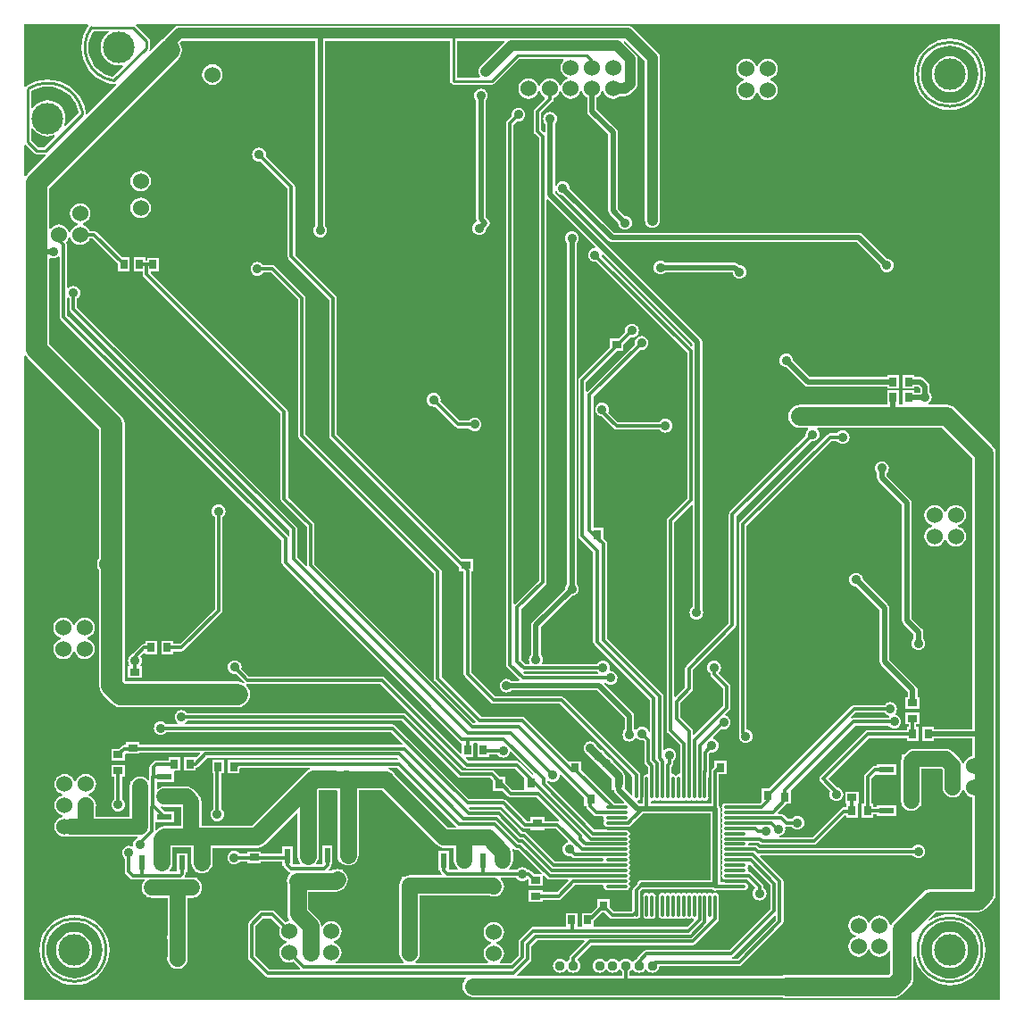
<source format=gbr>
%TF.GenerationSoftware,Altium Limited,Altium Designer,18.1.7 (191)*%
G04 Layer_Physical_Order=2*
G04 Layer_Color=16711680*
%FSLAX43Y43*%
%MOMM*%
%TF.FileFunction,Copper,L2,Bot,Signal*%
%TF.Part,Single*%
G01*
G75*
%TA.AperFunction,NonConductor*%
%ADD10C,0.254*%
%TA.AperFunction,SMDPad,CuDef*%
%ADD15R,1.450X0.600*%
%ADD16R,0.900X0.700*%
%ADD19R,0.600X1.450*%
%ADD21R,1.100X1.400*%
%ADD23R,0.700X0.900*%
%ADD24R,0.900X0.800*%
%ADD25R,0.800X0.900*%
%ADD30R,1.400X1.100*%
%TA.AperFunction,Conductor*%
%ADD40C,1.000*%
%ADD41C,0.500*%
%ADD42C,0.800*%
%ADD43C,0.300*%
%ADD44C,1.700*%
%ADD45C,1.500*%
%ADD46C,1.800*%
%ADD47C,0.305*%
%ADD49C,2.000*%
%ADD50C,1.600*%
%TA.AperFunction,ViaPad*%
%ADD54C,3.000*%
%TA.AperFunction,ComponentPad*%
%ADD55C,1.524*%
%ADD56C,0.950*%
%ADD57C,0.900*%
%TA.AperFunction,ViaPad*%
%ADD58C,0.900*%
%TA.AperFunction,SMDPad,CuDef*%
%ADD59O,2.100X0.300*%
%ADD60O,0.300X2.100*%
%TA.AperFunction,Conductor*%
%ADD61C,0.254*%
G36*
X8012Y91739D02*
X7976Y91720D01*
X7717Y91508D01*
X7505Y91249D01*
X7347Y90954D01*
X7250Y90633D01*
X7217Y90300D01*
X7250Y89967D01*
X7347Y89646D01*
X7505Y89351D01*
X7717Y89092D01*
X7976Y88880D01*
X8271Y88722D01*
X8592Y88625D01*
X8925Y88592D01*
X9258Y88625D01*
X9324Y88645D01*
X9390Y88536D01*
X8361Y87507D01*
X8042Y87584D01*
X7628Y87755D01*
X7246Y87989D01*
X6906Y88281D01*
X6614Y88621D01*
X6380Y89003D01*
X6209Y89417D01*
X6104Y89853D01*
X6069Y90300D01*
X6104Y90747D01*
X6209Y91183D01*
X6380Y91597D01*
X6543Y91863D01*
X7981D01*
X8012Y91739D01*
D02*
G37*
G36*
X45530Y90944D02*
X45578Y90827D01*
X43276Y88524D01*
X43164Y88378D01*
X43093Y88208D01*
X43069Y88025D01*
X43093Y87842D01*
X43164Y87672D01*
X43230Y87585D01*
X43167Y87458D01*
X41008D01*
Y90944D01*
X45530D01*
D02*
G37*
G36*
X27591Y90944D02*
Y73417D01*
X27586Y73414D01*
X27482Y73278D01*
X27417Y73120D01*
X27394Y72950D01*
X27417Y72780D01*
X27482Y72622D01*
X27586Y72486D01*
X27722Y72382D01*
X27880Y72317D01*
X28050Y72294D01*
X28220Y72317D01*
X28378Y72382D01*
X28514Y72486D01*
X28618Y72622D01*
X28683Y72780D01*
X28706Y72950D01*
X28683Y73120D01*
X28618Y73278D01*
X28514Y73414D01*
X28509Y73417D01*
Y90944D01*
X40342Y90944D01*
Y87175D01*
X40367Y87047D01*
X40439Y86939D01*
X40489Y86889D01*
X40597Y86817D01*
X40725Y86792D01*
X44353D01*
X44480Y86817D01*
X44589Y86889D01*
X46891Y89192D01*
X51087D01*
X51122Y89065D01*
X50985Y88885D01*
X50888Y88651D01*
X50855Y88400D01*
X50888Y88149D01*
X50985Y87915D01*
X51139Y87714D01*
X51340Y87560D01*
X51574Y87463D01*
Y87337D01*
X51340Y87240D01*
X51139Y87086D01*
X50985Y86885D01*
X50888Y86651D01*
X50762D01*
X50665Y86885D01*
X50511Y87086D01*
X50310Y87240D01*
X50076Y87337D01*
X49825Y87370D01*
X49574Y87337D01*
X49340Y87240D01*
X49139Y87086D01*
X48985Y86885D01*
X48888Y86651D01*
X48762D01*
X48665Y86885D01*
X48511Y87086D01*
X48310Y87240D01*
X48076Y87337D01*
X47825Y87370D01*
X47574Y87337D01*
X47340Y87240D01*
X47139Y87086D01*
X46985Y86885D01*
X46888Y86651D01*
X46855Y86400D01*
X46888Y86149D01*
X46985Y85915D01*
X47139Y85714D01*
X47340Y85560D01*
X47574Y85463D01*
X47825Y85430D01*
X48076Y85463D01*
X48310Y85560D01*
X48511Y85714D01*
X48665Y85915D01*
X48762Y86149D01*
X48888D01*
X48985Y85915D01*
X49139Y85714D01*
X49312Y85581D01*
X49347Y85436D01*
X48421Y84510D01*
X48343Y84393D01*
X48316Y84256D01*
Y82350D01*
X48343Y82213D01*
X48421Y82096D01*
X48791Y81726D01*
X48791Y39749D01*
X46537Y37495D01*
X46410Y37547D01*
X46410Y82980D01*
X46717Y83287D01*
X46850Y83269D01*
X47020Y83292D01*
X47178Y83357D01*
X47314Y83461D01*
X47418Y83597D01*
X47483Y83755D01*
X47506Y83925D01*
X47483Y84095D01*
X47418Y84253D01*
X47314Y84389D01*
X47178Y84493D01*
X47020Y84558D01*
X46850Y84581D01*
X46680Y84558D01*
X46522Y84493D01*
X46386Y84389D01*
X46282Y84253D01*
X46217Y84095D01*
X46194Y83925D01*
X46212Y83792D01*
X45800Y83380D01*
X45723Y83264D01*
X45696Y83128D01*
X45696Y31747D01*
X45723Y31611D01*
X45800Y31495D01*
X46934Y30361D01*
X46882Y30234D01*
X46192D01*
X46189Y30239D01*
X46053Y30343D01*
X45895Y30408D01*
X45725Y30431D01*
X45555Y30408D01*
X45397Y30343D01*
X45261Y30239D01*
X45157Y30103D01*
X45092Y29945D01*
X45069Y29775D01*
X45092Y29605D01*
X45157Y29447D01*
X45261Y29311D01*
X45397Y29207D01*
X45555Y29142D01*
X45725Y29119D01*
X45895Y29142D01*
X46053Y29207D01*
X46189Y29311D01*
X46192Y29316D01*
X54335D01*
X56916Y26735D01*
Y25592D01*
X56911Y25589D01*
X56807Y25453D01*
X56742Y25295D01*
X56719Y25125D01*
X56742Y24955D01*
X56807Y24797D01*
X56911Y24661D01*
X57047Y24557D01*
X57205Y24492D01*
X57375Y24469D01*
X57545Y24492D01*
X57703Y24557D01*
X57839Y24661D01*
X57933Y24785D01*
X57972Y24798D01*
X58082Y24800D01*
X58111Y24761D01*
X58247Y24657D01*
X58405Y24592D01*
X58575Y24569D01*
X58701Y24586D01*
X58793Y24500D01*
Y22565D01*
X58820Y22428D01*
X58898Y22312D01*
X59168Y22042D01*
Y21458D01*
X59041Y21354D01*
X59025Y21357D01*
X58888Y21330D01*
X58773Y21252D01*
X58695Y21137D01*
X58668Y21000D01*
Y20100D01*
Y19200D01*
Y18584D01*
X58340D01*
X58171Y18753D01*
X58204Y18899D01*
X58277Y18948D01*
X58355Y19063D01*
X58382Y19200D01*
Y21000D01*
Y21300D01*
X58355Y21437D01*
X58277Y21552D01*
X51152Y28677D01*
X51037Y28755D01*
X50900Y28782D01*
X44648D01*
X42382Y31048D01*
Y40625D01*
X42525D01*
Y41825D01*
X41430D01*
X29632Y53623D01*
Y66525D01*
X29605Y66662D01*
X29527Y66777D01*
X25682Y70623D01*
Y77075D01*
X25655Y77212D01*
X25577Y77327D01*
X22888Y80017D01*
X22906Y80150D01*
X22883Y80320D01*
X22818Y80478D01*
X22714Y80614D01*
X22578Y80718D01*
X22420Y80783D01*
X22250Y80806D01*
X22080Y80783D01*
X21922Y80718D01*
X21786Y80614D01*
X21682Y80478D01*
X21617Y80320D01*
X21594Y80150D01*
X21617Y79980D01*
X21682Y79822D01*
X21786Y79686D01*
X21922Y79582D01*
X22080Y79517D01*
X22250Y79494D01*
X22383Y79512D01*
X24968Y76927D01*
Y70475D01*
X24995Y70338D01*
X25073Y70223D01*
X28918Y66377D01*
Y53475D01*
X28945Y53338D01*
X29023Y53223D01*
X41225Y41020D01*
Y40625D01*
X41620D01*
X41668Y40577D01*
Y30900D01*
X41695Y30763D01*
X41773Y30648D01*
X44248Y28173D01*
X44363Y28095D01*
X44500Y28068D01*
X50752D01*
X57668Y21152D01*
Y20100D01*
Y19422D01*
X57551Y19373D01*
X56925Y19999D01*
Y20491D01*
X56937Y20550D01*
Y21200D01*
X56890Y21434D01*
X56758Y21633D01*
X55848Y22542D01*
X55846Y22557D01*
X55780Y22715D01*
X55676Y22851D01*
X55540Y22955D01*
X55382Y23021D01*
X55367Y23023D01*
X55057Y23333D01*
X55018Y23428D01*
X54914Y23564D01*
X54778Y23668D01*
X54683Y23707D01*
X54264Y24126D01*
X54243Y24178D01*
X54139Y24314D01*
X54003Y24418D01*
X53845Y24483D01*
X53675Y24506D01*
X53505Y24483D01*
X53347Y24418D01*
X53211Y24314D01*
X53107Y24178D01*
X53042Y24020D01*
X53019Y23850D01*
X53042Y23680D01*
X53107Y23522D01*
X53211Y23386D01*
X53347Y23282D01*
X53399Y23261D01*
X53878Y22781D01*
X53882Y22772D01*
X53986Y22636D01*
X54122Y22532D01*
X54131Y22528D01*
X55713Y20947D01*
Y20550D01*
X55725Y20491D01*
Y19900D01*
X55941D01*
Y19875D01*
X55976Y19699D01*
X56076Y19551D01*
X56902Y18724D01*
X56853Y18607D01*
X55973D01*
X52775Y21805D01*
Y22600D01*
X51630D01*
X47502Y26727D01*
X47387Y26805D01*
X47250Y26832D01*
X43323D01*
X39557Y30598D01*
Y40625D01*
X39530Y40762D01*
X39452Y40877D01*
X26682Y53648D01*
Y66525D01*
X26655Y66662D01*
X26577Y66777D01*
X23802Y69552D01*
X23687Y69630D01*
X23550Y69657D01*
X22645D01*
X22564Y69764D01*
X22428Y69868D01*
X22270Y69933D01*
X22100Y69956D01*
X21930Y69933D01*
X21772Y69868D01*
X21636Y69764D01*
X21532Y69628D01*
X21467Y69470D01*
X21444Y69300D01*
X21467Y69130D01*
X21532Y68972D01*
X21636Y68836D01*
X21772Y68732D01*
X21930Y68667D01*
X22100Y68644D01*
X22270Y68667D01*
X22428Y68732D01*
X22564Y68836D01*
X22645Y68943D01*
X23402D01*
X25968Y66377D01*
Y53500D01*
X25995Y53363D01*
X26073Y53248D01*
X38843Y40477D01*
Y30450D01*
X38870Y30313D01*
X38948Y30198D01*
X42794Y26352D01*
X42745Y26234D01*
X42599D01*
X27509Y41324D01*
Y45000D01*
X27482Y45137D01*
X27404Y45254D01*
X25009Y47649D01*
Y55750D01*
X24982Y55888D01*
X24904Y56004D01*
X11985Y68923D01*
X12022Y69050D01*
X12750D01*
Y70350D01*
X11650D01*
Y70084D01*
X11475D01*
Y70375D01*
X10375D01*
Y69075D01*
X11241D01*
Y68800D01*
X11268Y68662D01*
X11346Y68546D01*
X24291Y55601D01*
Y47500D01*
X24318Y47362D01*
X24396Y47246D01*
X26791Y44851D01*
Y41194D01*
X26747Y41161D01*
X26669Y41136D01*
X25857Y41948D01*
Y44675D01*
X25830Y44812D01*
X25752Y44927D01*
X5007Y65673D01*
Y66479D01*
X5114Y66561D01*
X5218Y66697D01*
X5283Y66855D01*
X5306Y67025D01*
X5283Y67195D01*
X5218Y67353D01*
X5114Y67489D01*
X4978Y67593D01*
X4820Y67658D01*
X4650Y67681D01*
X4480Y67658D01*
X4322Y67593D01*
X4186Y67489D01*
X4184Y67485D01*
X4057Y67528D01*
Y71575D01*
X4045Y71635D01*
X4030Y71712D01*
X4030Y71712D01*
X4030Y71712D01*
X3993Y71766D01*
X3952Y71827D01*
X3954Y71859D01*
X3961Y71864D01*
X4115Y72065D01*
X4212Y72299D01*
X4338D01*
X4435Y72065D01*
X4589Y71864D01*
X4790Y71710D01*
X5024Y71613D01*
X5275Y71580D01*
X5526Y71613D01*
X5760Y71710D01*
X5961Y71864D01*
X6115Y72065D01*
X6168Y72193D01*
X6452D01*
X8875Y69770D01*
Y69075D01*
X9975D01*
Y70375D01*
X9280D01*
X6852Y72802D01*
X6737Y72880D01*
X6600Y72907D01*
X6168D01*
X6115Y73035D01*
X5961Y73236D01*
X5760Y73390D01*
X5526Y73487D01*
Y73613D01*
X5760Y73710D01*
X5961Y73864D01*
X6115Y74065D01*
X6212Y74299D01*
X6245Y74550D01*
X6212Y74801D01*
X6115Y75035D01*
X5961Y75236D01*
X5760Y75390D01*
X5526Y75487D01*
X5275Y75520D01*
X5024Y75487D01*
X4790Y75390D01*
X4589Y75236D01*
X4435Y75035D01*
X4338Y74801D01*
X4305Y74550D01*
X4338Y74299D01*
X4435Y74065D01*
X4589Y73864D01*
X4790Y73710D01*
X5024Y73613D01*
Y73487D01*
X4790Y73390D01*
X4589Y73236D01*
X4435Y73035D01*
X4338Y72801D01*
X4212D01*
X4115Y73035D01*
X3961Y73236D01*
X3760Y73390D01*
X3526Y73487D01*
X3275Y73520D01*
X3024Y73487D01*
X2790Y73390D01*
X2589Y73236D01*
X2487Y73104D01*
X2360Y73147D01*
Y76974D01*
X14593Y89207D01*
X14786Y89457D01*
X14907Y89749D01*
X14948Y90062D01*
X14907Y90376D01*
X14786Y90668D01*
X14745Y90721D01*
X14967Y90944D01*
X27591D01*
D02*
G37*
G36*
X6052Y92457D02*
X6074Y92373D01*
X6073Y92372D01*
X6023Y92290D01*
X5784Y91900D01*
X5573Y91389D01*
X5444Y90851D01*
X5400Y90300D01*
X5444Y89749D01*
X5573Y89211D01*
X5784Y88700D01*
X6073Y88228D01*
X6433Y87808D01*
X6853Y87448D01*
X7325Y87159D01*
X7836Y86948D01*
X8298Y86837D01*
X8374Y86819D01*
X8423Y86815D01*
X8471Y86812D01*
X8599Y86838D01*
X8667Y86883D01*
X8748Y86785D01*
X5929Y83965D01*
X5913Y83967D01*
X5806Y84022D01*
Y84286D01*
X5792Y84356D01*
X5793Y84356D01*
X5781Y84414D01*
X5778Y84418D01*
X5763Y84479D01*
X5763Y84479D01*
X5707Y84714D01*
X5485Y85249D01*
X5183Y85742D01*
X4807Y86182D01*
X4367Y86558D01*
X3874Y86860D01*
X3339Y87082D01*
X2777Y87217D01*
X2200Y87262D01*
X1623Y87217D01*
X1061Y87082D01*
X526Y86860D01*
X313Y86730D01*
X306Y86728D01*
X261Y86698D01*
X261Y86698D01*
X198Y86656D01*
X165Y86623D01*
X127Y86585D01*
X32Y86611D01*
X0Y86633D01*
Y92500D01*
X6021D01*
X6052Y92457D01*
D02*
G37*
G36*
X2672Y86556D02*
X3133Y86446D01*
X3570Y86265D01*
X3974Y86017D01*
X4334Y85709D01*
X4642Y85349D01*
X4890Y84945D01*
X5071Y84508D01*
X5139Y84223D01*
Y84119D01*
X3891Y82871D01*
X3843Y82893D01*
X3785Y82945D01*
X3875Y83242D01*
X3908Y83575D01*
X3875Y83908D01*
X3778Y84229D01*
X3620Y84524D01*
X3408Y84783D01*
X3149Y84995D01*
X2854Y85153D01*
X2533Y85250D01*
X2200Y85283D01*
X1867Y85250D01*
X1546Y85153D01*
X1251Y84995D01*
X992Y84783D01*
X799Y84547D01*
X672Y84573D01*
Y86168D01*
X830Y86265D01*
X1267Y86446D01*
X1728Y86556D01*
X2200Y86594D01*
X2672Y86556D01*
D02*
G37*
G36*
X992Y82367D02*
X1251Y82155D01*
X1546Y81997D01*
X1867Y81900D01*
X2200Y81867D01*
X2533Y81900D01*
X2830Y81990D01*
X2882Y81932D01*
X2904Y81884D01*
X1873Y80854D01*
X1293D01*
X672Y81475D01*
Y82577D01*
X799Y82603D01*
X992Y82367D01*
D02*
G37*
G36*
X919Y80284D02*
X1027Y80212D01*
X1155Y80187D01*
X1970D01*
X2025Y80080D01*
X2027Y80064D01*
X294Y78331D01*
X127Y78113D01*
X0Y78154D01*
Y81028D01*
X32Y81051D01*
X127Y81076D01*
X919Y80284D01*
D02*
G37*
G36*
X92500Y0D02*
X0D01*
Y61046D01*
X127Y61087D01*
X294Y60869D01*
X7090Y54074D01*
Y41897D01*
X7077Y41880D01*
X6956Y41588D01*
X6915Y41275D01*
X6956Y40962D01*
X7077Y40670D01*
X7090Y40653D01*
Y29750D01*
X7131Y29437D01*
X7252Y29145D01*
X7444Y28894D01*
X8244Y28094D01*
X8495Y27902D01*
X8787Y27781D01*
X9100Y27740D01*
X20200D01*
X20513Y27781D01*
X20805Y27902D01*
X21056Y28094D01*
X21248Y28345D01*
X21369Y28637D01*
X21410Y28950D01*
X21369Y29263D01*
X21248Y29555D01*
X21056Y29806D01*
X21022Y29832D01*
X21051Y29965D01*
X21054Y29967D01*
X21175Y29943D01*
X33777D01*
X41698Y22023D01*
X41813Y21945D01*
X41950Y21918D01*
X46552D01*
X47425Y21045D01*
Y19925D01*
X47316Y19882D01*
X46298D01*
X45625Y20555D01*
Y21100D01*
X45080D01*
X44552Y21627D01*
X44437Y21705D01*
X44300Y21732D01*
X41498D01*
X36177Y27052D01*
X36062Y27130D01*
X35925Y27157D01*
X15446D01*
X15364Y27264D01*
X15228Y27368D01*
X15070Y27433D01*
X14900Y27456D01*
X14730Y27433D01*
X14572Y27368D01*
X14436Y27264D01*
X14332Y27128D01*
X14267Y26970D01*
X14244Y26800D01*
X14267Y26630D01*
X14332Y26472D01*
X14436Y26336D01*
X14570Y26234D01*
X14571Y26227D01*
X14543Y26107D01*
X13470D01*
X13389Y26214D01*
X13253Y26318D01*
X13095Y26383D01*
X12925Y26406D01*
X12755Y26383D01*
X12597Y26318D01*
X12461Y26214D01*
X12357Y26078D01*
X12292Y25920D01*
X12269Y25750D01*
X12292Y25580D01*
X12357Y25422D01*
X12461Y25286D01*
X12597Y25182D01*
X12755Y25117D01*
X12925Y25094D01*
X13095Y25117D01*
X13253Y25182D01*
X13389Y25286D01*
X13470Y25393D01*
X34777D01*
X35886Y24284D01*
X35834Y24157D01*
X10925D01*
Y24425D01*
X9625D01*
Y24157D01*
X9475D01*
X9338Y24130D01*
X9223Y24052D01*
X8945Y23775D01*
X8250D01*
Y22675D01*
X9550D01*
Y23229D01*
X9625Y23325D01*
X10925D01*
Y23443D01*
X16648D01*
X16696Y23326D01*
X16335Y22965D01*
X16250Y23000D01*
Y23000D01*
X15150D01*
Y21700D01*
X16250D01*
Y21978D01*
X16337Y21995D01*
X16452Y22073D01*
X17323Y22943D01*
X35352D01*
X35461Y22834D01*
X35409Y22707D01*
X20400D01*
Y22750D01*
X19300D01*
Y21450D01*
X20400D01*
Y21920D01*
X20473Y21993D01*
X27063D01*
X27089Y21866D01*
X26970Y21817D01*
X26751Y21649D01*
X26751Y21649D01*
X26151Y21049D01*
X26140Y21035D01*
X26126Y21024D01*
X21611Y16509D01*
X16800D01*
X16783Y16524D01*
Y18775D01*
X16764Y18922D01*
X16751Y19023D01*
X16751Y19023D01*
X16751Y19023D01*
X16703Y19137D01*
X16655Y19254D01*
X16655Y19254D01*
X16655Y19254D01*
X16591Y19337D01*
X16503Y19452D01*
X16028Y19928D01*
X16028Y19928D01*
X16028Y19928D01*
X15949Y19988D01*
X15829Y20080D01*
X15829Y20080D01*
X15829Y20080D01*
X15707Y20130D01*
X15598Y20176D01*
X15598Y20176D01*
X15598Y20176D01*
X15431Y20198D01*
X15350Y20208D01*
X15350Y20208D01*
X15350Y20208D01*
X13300D01*
X13052Y20176D01*
X12821Y20080D01*
X12684Y19975D01*
X12557Y20037D01*
Y20650D01*
X14225D01*
Y21650D01*
X14331Y21700D01*
X14750D01*
Y23000D01*
X13650D01*
Y22682D01*
X12500D01*
X12363Y22655D01*
X12248Y22577D01*
X11973Y22302D01*
X11895Y22187D01*
X11868Y22050D01*
Y21301D01*
X11843Y21175D01*
Y20805D01*
X11716Y20762D01*
X11628Y20878D01*
X11429Y21030D01*
X11198Y21126D01*
X10950Y21158D01*
X10702Y21126D01*
X10471Y21030D01*
X10272Y20878D01*
X10136Y20700D01*
X10025D01*
Y20449D01*
X10024Y20448D01*
X9992Y20200D01*
Y17358D01*
X6783D01*
Y18333D01*
X6795Y18425D01*
X6762Y18676D01*
X6665Y18910D01*
X6511Y19111D01*
X6310Y19265D01*
X6076Y19362D01*
Y19488D01*
X6310Y19585D01*
X6511Y19739D01*
X6665Y19940D01*
X6762Y20174D01*
X6795Y20425D01*
X6762Y20676D01*
X6665Y20910D01*
X6511Y21111D01*
X6310Y21265D01*
X6076Y21362D01*
X5825Y21395D01*
X5574Y21362D01*
X5340Y21265D01*
X5139Y21111D01*
X4985Y20910D01*
X4888Y20676D01*
X4762D01*
X4665Y20910D01*
X4511Y21111D01*
X4310Y21265D01*
X4076Y21362D01*
X3825Y21395D01*
X3574Y21362D01*
X3340Y21265D01*
X3139Y21111D01*
X2985Y20910D01*
X2888Y20676D01*
X2855Y20425D01*
X2888Y20174D01*
X2985Y19940D01*
X3139Y19739D01*
X3340Y19585D01*
X3574Y19488D01*
Y19362D01*
X3340Y19265D01*
X3139Y19111D01*
X2985Y18910D01*
X2888Y18676D01*
X2855Y18425D01*
X2888Y18174D01*
X2985Y17940D01*
X3139Y17739D01*
X3340Y17585D01*
X3574Y17488D01*
Y17362D01*
X3340Y17265D01*
X3139Y17111D01*
X2985Y16910D01*
X2888Y16676D01*
X2855Y16425D01*
X2888Y16174D01*
X2985Y15940D01*
X3139Y15739D01*
X3340Y15585D01*
X3574Y15488D01*
X3825Y15455D01*
X4076Y15488D01*
X4111Y15502D01*
X4177Y15474D01*
X4425Y15442D01*
X10735D01*
X10761Y15315D01*
X10647Y15268D01*
X10511Y15164D01*
X10407Y15028D01*
X10342Y14870D01*
X10319Y14700D01*
X10337Y14569D01*
X10235Y14497D01*
X10224Y14494D01*
X10070Y14558D01*
X9900Y14581D01*
X9730Y14558D01*
X9572Y14493D01*
X9436Y14389D01*
X9332Y14253D01*
X9267Y14095D01*
X9244Y13925D01*
X9267Y13755D01*
X9332Y13597D01*
X9436Y13461D01*
X9543Y13380D01*
Y12367D01*
X9522Y12335D01*
X9522Y12335D01*
X9522Y12335D01*
X9508Y12267D01*
X9494Y12199D01*
X9494Y12199D01*
X9494Y12199D01*
X9508Y12130D01*
X9522Y12062D01*
X9522Y12062D01*
X9522Y12062D01*
X9561Y12003D01*
X9599Y11946D01*
X10023Y11523D01*
X10023Y11523D01*
X10023Y11523D01*
X10076Y11487D01*
X10138Y11445D01*
X10138Y11445D01*
X10138Y11445D01*
X10203Y11433D01*
X10275Y11418D01*
X10275Y11418D01*
X10275Y11418D01*
X11383D01*
X11395Y11383D01*
X11414Y11291D01*
X11270Y11104D01*
X11174Y10873D01*
X11142Y10625D01*
X11174Y10377D01*
X11270Y10146D01*
X11422Y9947D01*
X11447Y9922D01*
X11600Y9805D01*
Y9700D01*
X11815D01*
X11877Y9674D01*
X12125Y9642D01*
X12315Y9667D01*
X13592D01*
Y6161D01*
X13588Y6151D01*
X13555Y5900D01*
X13588Y5649D01*
X13592Y5639D01*
Y4161D01*
X13588Y4151D01*
X13555Y3900D01*
X13588Y3649D01*
X13685Y3415D01*
X13839Y3214D01*
X14040Y3060D01*
X14274Y2963D01*
X14525Y2930D01*
X14776Y2963D01*
X15010Y3060D01*
X15018Y3065D01*
X15029Y3070D01*
X15228Y3222D01*
X15380Y3421D01*
X15476Y3652D01*
X15508Y3900D01*
Y9667D01*
X15875D01*
X16123Y9699D01*
X16124Y9700D01*
X16375D01*
Y9811D01*
X16553Y9947D01*
X16705Y10146D01*
X16801Y10377D01*
X16833Y10625D01*
X16801Y10873D01*
X16705Y11104D01*
X16553Y11303D01*
X16375Y11439D01*
Y11550D01*
X16124D01*
X16123Y11551D01*
X15875Y11583D01*
X15255D01*
X15202Y11710D01*
X15255Y11788D01*
X15282Y11925D01*
Y12050D01*
X15425D01*
Y13900D01*
X14425D01*
Y12132D01*
X13791D01*
X13751Y12252D01*
X13763Y12262D01*
X13923Y12471D01*
X14024Y12714D01*
X14059Y12975D01*
Y14441D01*
X15816D01*
Y12975D01*
X15851Y12714D01*
X15951Y12471D01*
X16112Y12262D01*
X16321Y12101D01*
X16325Y12100D01*
Y12050D01*
X16445D01*
X16564Y12001D01*
X16825Y11966D01*
X17086Y12001D01*
X17205Y12050D01*
X17325D01*
Y12100D01*
X17329Y12101D01*
X17538Y12262D01*
X17698Y12471D01*
X17799Y12714D01*
X17834Y12975D01*
Y14391D01*
X22050D01*
X22050Y14391D01*
X22324Y14427D01*
X22580Y14533D01*
X22799Y14701D01*
X25774Y17676D01*
X25891Y17628D01*
Y13600D01*
X25926Y13339D01*
X26027Y13096D01*
X26151Y12934D01*
X26091Y12807D01*
X25450D01*
Y14525D01*
X24450D01*
Y13832D01*
X22450D01*
Y14050D01*
X21150D01*
Y13832D01*
X20445D01*
X20364Y13939D01*
X20228Y14043D01*
X20070Y14108D01*
X19900Y14131D01*
X19730Y14108D01*
X19572Y14043D01*
X19436Y13939D01*
X19332Y13803D01*
X19267Y13645D01*
X19244Y13475D01*
X19267Y13305D01*
X19332Y13147D01*
X19436Y13011D01*
X19572Y12907D01*
X19730Y12842D01*
X19900Y12819D01*
X20070Y12842D01*
X20228Y12907D01*
X20364Y13011D01*
X20445Y13118D01*
X21150D01*
Y12950D01*
X22450D01*
Y13118D01*
X24450D01*
Y12675D01*
X24608D01*
X24620Y12613D01*
X24698Y12498D01*
X24998Y12198D01*
X25113Y12120D01*
X25169Y12109D01*
X25200Y11974D01*
X25187Y11963D01*
X25027Y11754D01*
X24926Y11511D01*
X24891Y11250D01*
X24916Y11060D01*
Y8184D01*
X24951Y7923D01*
X25051Y7679D01*
X25125Y7584D01*
X25064Y7454D01*
X24874Y7429D01*
X24746Y7376D01*
X23794Y8327D01*
X23679Y8405D01*
X23542Y8432D01*
X22500D01*
X22363Y8405D01*
X22248Y8327D01*
X21293Y7373D01*
X21216Y7257D01*
X21188Y7120D01*
Y4030D01*
X21216Y3893D01*
X21293Y3777D01*
X22772Y2298D01*
X22823Y2223D01*
X22938Y2145D01*
X23075Y2118D01*
X41841D01*
X41882Y1998D01*
X41837Y1963D01*
X41677Y1754D01*
X41576Y1511D01*
X41541Y1250D01*
X41576Y989D01*
X41677Y746D01*
X41837Y537D01*
X42046Y377D01*
X42289Y276D01*
X42550Y241D01*
X71836D01*
X71988Y178D01*
X72275Y141D01*
X82400D01*
X82687Y178D01*
X82955Y289D01*
X83185Y465D01*
X84010Y1290D01*
X84186Y1520D01*
X84297Y1788D01*
X84334Y2075D01*
Y4077D01*
X84461Y4092D01*
X84560Y3680D01*
X84763Y3190D01*
X85040Y2738D01*
X85385Y2335D01*
X85788Y1990D01*
X86240Y1713D01*
X86730Y1510D01*
X87246Y1386D01*
X87775Y1345D01*
X88304Y1386D01*
X88820Y1510D01*
X89310Y1713D01*
X89762Y1990D01*
X90165Y2335D01*
X90510Y2738D01*
X90787Y3190D01*
X90990Y3680D01*
X91114Y4196D01*
X91155Y4725D01*
X91114Y5254D01*
X90990Y5769D01*
X90787Y6260D01*
X90510Y6712D01*
X90165Y7115D01*
X89762Y7460D01*
X89310Y7737D01*
X88820Y7940D01*
X88304Y8064D01*
X87775Y8105D01*
X87246Y8064D01*
X86730Y7940D01*
X86240Y7737D01*
X85840Y7491D01*
X85761Y7592D01*
X86460Y8291D01*
X90375D01*
X90662Y8328D01*
X90930Y8439D01*
X91160Y8615D01*
X91785Y9240D01*
X91961Y9470D01*
X92072Y9738D01*
X92109Y10025D01*
Y12825D01*
Y25375D01*
Y38050D01*
Y51800D01*
X92072Y52087D01*
X91961Y52355D01*
X91785Y52585D01*
X88259Y56110D01*
X88030Y56286D01*
X87762Y56397D01*
X87475Y56434D01*
X85776D01*
X85732Y56549D01*
X85733Y56561D01*
X85864Y56661D01*
X85968Y56797D01*
X86033Y56955D01*
X86056Y57125D01*
X86033Y57295D01*
X85968Y57453D01*
X85864Y57589D01*
X85859Y57592D01*
Y58175D01*
X85824Y58351D01*
X85724Y58499D01*
X85299Y58924D01*
X85151Y59024D01*
X84975Y59059D01*
X84425D01*
Y59250D01*
X83325D01*
Y57950D01*
X84425D01*
Y58141D01*
X84785D01*
X84941Y57985D01*
Y57592D01*
X84936Y57589D01*
X84933Y57584D01*
X84425D01*
Y57775D01*
X83325D01*
X83325Y56475D01*
X83215Y56434D01*
X83035D01*
X82925Y56475D01*
Y57775D01*
X81825D01*
Y56475D01*
X81715Y56434D01*
X80475D01*
X80475Y56435D01*
X73550D01*
X73263Y56397D01*
X72995Y56286D01*
X72765Y56110D01*
X72589Y55880D01*
X72478Y55612D01*
X72440Y55325D01*
X72478Y55038D01*
X72589Y54770D01*
X72765Y54541D01*
X72995Y54364D01*
X73263Y54253D01*
X73550Y54216D01*
X74276D01*
X74319Y54089D01*
X74286Y54064D01*
X74182Y53928D01*
X74117Y53770D01*
X74094Y53600D01*
X74112Y53467D01*
X66898Y46252D01*
X66820Y46137D01*
X66793Y46000D01*
Y35673D01*
X62773Y31652D01*
X62695Y31537D01*
X62668Y31400D01*
Y29634D01*
X61749Y28715D01*
X61632Y28764D01*
Y45277D01*
X63249Y46894D01*
X63366Y46846D01*
Y37244D01*
X63261Y37164D01*
X63157Y37028D01*
X63092Y36870D01*
X63069Y36700D01*
X63092Y36530D01*
X63157Y36372D01*
X63261Y36236D01*
X63397Y36132D01*
X63555Y36067D01*
X63725Y36044D01*
X63895Y36067D01*
X64053Y36132D01*
X64189Y36236D01*
X64293Y36372D01*
X64358Y36530D01*
X64381Y36700D01*
X64358Y36870D01*
X64293Y37028D01*
X64284Y37039D01*
Y62345D01*
X64249Y62521D01*
X64149Y62670D01*
X50309Y76510D01*
Y76709D01*
X50436Y76734D01*
X50482Y76622D01*
X50586Y76486D01*
X50722Y76382D01*
X50880Y76317D01*
X51050Y76294D01*
X51078Y76298D01*
X55426Y71951D01*
X55574Y71851D01*
X55750Y71816D01*
X78968D01*
X81145Y69639D01*
X81144Y69633D01*
X81167Y69464D01*
X81232Y69305D01*
X81336Y69170D01*
X81472Y69065D01*
X81630Y69000D01*
X81800Y68978D01*
X81970Y69000D01*
X82128Y69065D01*
X82264Y69170D01*
X82368Y69305D01*
X82433Y69464D01*
X82456Y69633D01*
X82433Y69803D01*
X82368Y69961D01*
X82264Y70097D01*
X82128Y70201D01*
X81970Y70267D01*
X81800Y70289D01*
X81794Y70288D01*
X79483Y72599D01*
X79334Y72699D01*
X79158Y72734D01*
X55940D01*
X51703Y76971D01*
X51683Y77120D01*
X51618Y77278D01*
X51514Y77414D01*
X51378Y77518D01*
X51220Y77583D01*
X51050Y77606D01*
X50880Y77583D01*
X50722Y77518D01*
X50586Y77414D01*
X50482Y77278D01*
X50436Y77166D01*
X50309Y77191D01*
Y83058D01*
X50314Y83061D01*
X50418Y83197D01*
X50483Y83355D01*
X50506Y83525D01*
X50483Y83695D01*
X50418Y83853D01*
X50314Y83989D01*
X50178Y84093D01*
X50020Y84158D01*
X49850Y84181D01*
X49680Y84158D01*
X49522Y84093D01*
X49386Y83989D01*
X49282Y83853D01*
X49217Y83695D01*
X49194Y83525D01*
X49217Y83355D01*
X49282Y83197D01*
X49386Y83061D01*
X49391Y83058D01*
Y82308D01*
X49274Y82259D01*
X49034Y82499D01*
Y84107D01*
X50079Y85152D01*
X50157Y85268D01*
X50184Y85406D01*
Y85508D01*
X50310Y85560D01*
X50511Y85714D01*
X50665Y85915D01*
X50762Y86149D01*
X50888D01*
X50985Y85915D01*
X51139Y85714D01*
X51340Y85560D01*
X51574Y85463D01*
X51825Y85430D01*
X52076Y85463D01*
X52310Y85560D01*
X52511Y85714D01*
X52665Y85915D01*
X52762Y86149D01*
X52888D01*
X52985Y85915D01*
X53139Y85714D01*
X53340Y85560D01*
X53366Y85549D01*
Y84250D01*
X53401Y84074D01*
X53501Y83926D01*
X55366Y82060D01*
Y74819D01*
X55401Y74644D01*
X55501Y74495D01*
X56315Y73681D01*
X56314Y73675D01*
X56336Y73505D01*
X56402Y73347D01*
X56506Y73211D01*
X56642Y73107D01*
X56800Y73042D01*
X56969Y73019D01*
X57139Y73042D01*
X57297Y73107D01*
X57433Y73211D01*
X57537Y73347D01*
X57603Y73505D01*
X57625Y73675D01*
X57603Y73845D01*
X57537Y74003D01*
X57433Y74139D01*
X57297Y74243D01*
X57139Y74308D01*
X56969Y74331D01*
X56963Y74330D01*
X56284Y75009D01*
Y82250D01*
X56249Y82426D01*
X56149Y82574D01*
X54284Y84440D01*
Y85549D01*
X54310Y85560D01*
X54511Y85714D01*
X54665Y85915D01*
X54762Y86149D01*
X54888D01*
X54985Y85915D01*
X55139Y85714D01*
X55340Y85560D01*
X55574Y85463D01*
X55825Y85430D01*
X56076Y85463D01*
X56310Y85560D01*
X56485Y85694D01*
X56982D01*
X57165Y85718D01*
X57335Y85789D01*
X57481Y85901D01*
X57924Y86344D01*
X58036Y86490D01*
X58107Y86660D01*
X58131Y86843D01*
Y89200D01*
X58107Y89383D01*
X58036Y89553D01*
X57924Y89699D01*
X56852Y90771D01*
X56898Y90905D01*
X56963Y90914D01*
X58844Y89033D01*
Y73875D01*
X58868Y73692D01*
X58939Y73522D01*
X59051Y73376D01*
X59197Y73264D01*
X59367Y73193D01*
X59550Y73169D01*
X59733Y73193D01*
X59903Y73264D01*
X60049Y73376D01*
X60161Y73522D01*
X60232Y73692D01*
X60256Y73875D01*
Y89325D01*
X60232Y89508D01*
X60161Y89678D01*
X60049Y89824D01*
X57724Y92149D01*
X57578Y92261D01*
X57408Y92332D01*
X57225Y92356D01*
X14675Y92356D01*
X14492Y92332D01*
X14322Y92261D01*
X14176Y92149D01*
X13238Y91212D01*
X13174Y91128D01*
X13132Y91111D01*
X12882Y90918D01*
X11936Y89972D01*
X11837Y90053D01*
X11883Y90122D01*
X11908Y90250D01*
Y90896D01*
X11883Y91024D01*
X11811Y91132D01*
X10569Y92373D01*
X10622Y92500D01*
X92500D01*
Y0D01*
D02*
G37*
G36*
X3343Y70447D02*
Y64775D01*
X3370Y64638D01*
X3448Y64523D01*
X24393Y43577D01*
Y41475D01*
X24420Y41338D01*
X24498Y41223D01*
X41248Y24473D01*
X41363Y24395D01*
X41387Y24391D01*
X41475Y24300D01*
Y23421D01*
X41358Y23372D01*
X34177Y30552D01*
X34062Y30630D01*
X33925Y30657D01*
X21323D01*
X20588Y31392D01*
X20606Y31525D01*
X20583Y31695D01*
X20518Y31853D01*
X20414Y31989D01*
X20278Y32093D01*
X20120Y32158D01*
X19950Y32181D01*
X19780Y32158D01*
X19622Y32093D01*
X19486Y31989D01*
X19382Y31853D01*
X19317Y31695D01*
X19294Y31525D01*
X19317Y31355D01*
X19382Y31197D01*
X19486Y31061D01*
X19622Y30957D01*
X19780Y30892D01*
X19950Y30869D01*
X20083Y30887D01*
X20867Y30103D01*
X20805Y29998D01*
X20513Y30119D01*
X20200Y30160D01*
X9601D01*
X9510Y30251D01*
Y41100D01*
Y54575D01*
X9469Y54888D01*
X9348Y55180D01*
X9156Y55431D01*
X2360Y62226D01*
Y70278D01*
X2487Y70355D01*
X2580Y70317D01*
X2750Y70294D01*
X2920Y70317D01*
X3078Y70382D01*
X3214Y70486D01*
X3216Y70490D01*
X3343Y70447D01*
D02*
G37*
G36*
X63366Y62155D02*
Y62029D01*
X63249Y61981D01*
X54756Y70473D01*
X54772Y70581D01*
X54889Y70632D01*
X63366Y62155D01*
D02*
G37*
G36*
X54126Y71395D02*
X54066Y71276D01*
X53930Y71258D01*
X53772Y71193D01*
X53636Y71089D01*
X53532Y70953D01*
X53467Y70795D01*
X53444Y70625D01*
X53467Y70455D01*
X53532Y70297D01*
X53636Y70161D01*
X53772Y70057D01*
X53930Y69992D01*
X54100Y69969D01*
X54233Y69987D01*
X62868Y61352D01*
Y47523D01*
X61023Y45677D01*
X60945Y45562D01*
X60918Y45425D01*
Y25550D01*
X60945Y25413D01*
X61023Y25298D01*
X62168Y24152D01*
Y23538D01*
X62178Y23487D01*
Y22513D01*
X62168Y22462D01*
Y21458D01*
X62041Y21354D01*
X62025Y21357D01*
X61888Y21330D01*
X61775Y21254D01*
X61662Y21330D01*
X61525Y21357D01*
X61509Y21354D01*
X61382Y21458D01*
Y22102D01*
X61452Y22173D01*
X61530Y22288D01*
X61557Y22425D01*
Y22693D01*
X61614Y22736D01*
X61718Y22872D01*
X61783Y23030D01*
X61806Y23200D01*
X61783Y23370D01*
X61718Y23528D01*
X61614Y23664D01*
X61478Y23768D01*
X61320Y23833D01*
X61150Y23856D01*
X60980Y23833D01*
X60822Y23768D01*
X60709Y23681D01*
X60628Y23704D01*
X60582Y23736D01*
Y28800D01*
X60555Y28937D01*
X60477Y29052D01*
X55257Y34273D01*
Y43200D01*
X55230Y43337D01*
X55152Y43452D01*
X54900Y43705D01*
Y44750D01*
X53957D01*
Y57202D01*
X58392Y61637D01*
X58525Y61619D01*
X58695Y61642D01*
X58853Y61707D01*
X58989Y61811D01*
X59093Y61947D01*
X59158Y62105D01*
X59181Y62275D01*
X59158Y62445D01*
X59093Y62603D01*
X58989Y62739D01*
X58853Y62843D01*
X58695Y62908D01*
X58525Y62931D01*
X58355Y62908D01*
X58197Y62843D01*
X58061Y62739D01*
X57957Y62603D01*
X57892Y62445D01*
X57869Y62275D01*
X57887Y62142D01*
X53384Y57639D01*
X53257Y57690D01*
Y58552D01*
X56230Y61525D01*
X56800D01*
Y62095D01*
X57514Y62809D01*
X57625Y62794D01*
X57795Y62817D01*
X57953Y62882D01*
X58089Y62986D01*
X58193Y63122D01*
X58258Y63280D01*
X58281Y63450D01*
X58258Y63620D01*
X58193Y63778D01*
X58089Y63914D01*
X57953Y64018D01*
X57795Y64083D01*
X57625Y64106D01*
X57455Y64083D01*
X57297Y64018D01*
X57161Y63914D01*
X57057Y63778D01*
X56992Y63620D01*
X56969Y63450D01*
X56990Y63295D01*
X56420Y62725D01*
X55500D01*
Y61805D01*
X52648Y58952D01*
X52570Y58837D01*
X52543Y58700D01*
Y44000D01*
X52570Y43863D01*
X52648Y43748D01*
X53943Y42452D01*
Y33950D01*
X53970Y33813D01*
X54048Y33698D01*
X59343Y28402D01*
Y25343D01*
X59216Y25335D01*
X59208Y25395D01*
X59143Y25553D01*
X59039Y25689D01*
X58903Y25793D01*
X58745Y25858D01*
X58575Y25881D01*
X58405Y25858D01*
X58247Y25793D01*
X58111Y25689D01*
X58048Y25606D01*
X57903Y25593D01*
X57834Y25663D01*
Y26925D01*
X57799Y27101D01*
X57699Y27249D01*
X55004Y29945D01*
X55050Y30079D01*
X55099Y30085D01*
X55136Y30036D01*
X55272Y29932D01*
X55430Y29867D01*
X55600Y29844D01*
X55770Y29867D01*
X55928Y29932D01*
X56064Y30036D01*
X56168Y30172D01*
X56233Y30330D01*
X56256Y30500D01*
X56233Y30670D01*
X56168Y30828D01*
X56064Y30964D01*
X55928Y31068D01*
X55770Y31133D01*
X55600Y31156D01*
X55583Y31153D01*
X55493Y31270D01*
X55508Y31305D01*
X55531Y31475D01*
X55508Y31645D01*
X55443Y31803D01*
X55339Y31939D01*
X55203Y32043D01*
X55045Y32108D01*
X54875Y32131D01*
X54705Y32108D01*
X54547Y32043D01*
X54411Y31939D01*
X54310Y31807D01*
X49123D01*
X49106Y31841D01*
X49073Y31934D01*
X49133Y32080D01*
X49156Y32250D01*
X49133Y32420D01*
X49068Y32578D01*
X48964Y32714D01*
X48959Y32717D01*
Y35310D01*
X51946Y38297D01*
X52095Y38317D01*
X52253Y38382D01*
X52389Y38486D01*
X52493Y38622D01*
X52558Y38780D01*
X52581Y38950D01*
X52558Y39120D01*
X52493Y39278D01*
X52389Y39414D01*
X52384Y39417D01*
Y71758D01*
X52389Y71761D01*
X52493Y71897D01*
X52558Y72055D01*
X52581Y72225D01*
X52558Y72395D01*
X52493Y72553D01*
X52389Y72689D01*
X52253Y72793D01*
X52095Y72858D01*
X51925Y72881D01*
X51755Y72858D01*
X51597Y72793D01*
X51461Y72689D01*
X51357Y72553D01*
X51292Y72395D01*
X51269Y72225D01*
X51292Y72055D01*
X51357Y71897D01*
X51461Y71761D01*
X51466Y71758D01*
Y39417D01*
X51461Y39414D01*
X51357Y39278D01*
X51292Y39120D01*
X51269Y38950D01*
X51273Y38922D01*
X48176Y35824D01*
X48076Y35676D01*
X48041Y35500D01*
Y32717D01*
X48036Y32714D01*
X47932Y32578D01*
X47867Y32420D01*
X47844Y32250D01*
X47867Y32080D01*
X47927Y31934D01*
X47894Y31841D01*
X47877Y31807D01*
X47501D01*
X47109Y32199D01*
Y37051D01*
X49404Y39346D01*
X49482Y39463D01*
X49509Y39600D01*
X49509Y75833D01*
X49636Y75885D01*
X54126Y71395D01*
D02*
G37*
G36*
X80475Y54215D02*
X87015D01*
X89891Y51340D01*
Y38050D01*
Y25659D01*
X86275D01*
Y25850D01*
X85175D01*
Y24550D01*
X86275D01*
Y24741D01*
X89891D01*
Y23099D01*
X89799Y23087D01*
X89565Y22990D01*
X89364Y22836D01*
X89210Y22635D01*
X89113Y22401D01*
X88987D01*
X88890Y22635D01*
X88736Y22836D01*
X88663Y22893D01*
X88053Y23503D01*
X88053Y23503D01*
X88053Y23503D01*
X87965Y23569D01*
X87854Y23655D01*
X87854Y23655D01*
X87854Y23655D01*
X87745Y23700D01*
X87623Y23751D01*
X87623Y23751D01*
X87623Y23751D01*
X87445Y23774D01*
X87375Y23783D01*
X87375D01*
X87375Y23783D01*
X84375D01*
X84127Y23751D01*
X83896Y23655D01*
X83697Y23503D01*
X83470Y23275D01*
X83175D01*
Y22799D01*
X83174Y22798D01*
X83142Y22550D01*
Y18850D01*
X83174Y18602D01*
X83175Y18601D01*
Y18350D01*
X83286D01*
X83422Y18172D01*
X83621Y18020D01*
X83852Y17924D01*
X84100Y17892D01*
X84348Y17924D01*
X84579Y18020D01*
X84778Y18172D01*
X84914Y18350D01*
X85025D01*
Y18601D01*
X85026Y18602D01*
X85058Y18850D01*
Y21867D01*
X86978D01*
X87092Y21753D01*
Y20242D01*
X87080Y20150D01*
X87113Y19899D01*
X87210Y19665D01*
X87364Y19464D01*
X87565Y19310D01*
X87799Y19213D01*
X88050Y19180D01*
X88301Y19213D01*
X88535Y19310D01*
X88736Y19464D01*
X88890Y19665D01*
X88987Y19899D01*
X89113D01*
X89210Y19665D01*
X89364Y19464D01*
X89565Y19310D01*
X89799Y19213D01*
X89891Y19201D01*
Y12825D01*
Y10509D01*
X86000D01*
X85713Y10472D01*
X85445Y10361D01*
X85215Y10185D01*
X82440Y7410D01*
X82264Y7180D01*
X82213Y7056D01*
X82194Y7053D01*
X82053Y7156D01*
X82037Y7276D01*
X81940Y7510D01*
X81786Y7711D01*
X81585Y7865D01*
X81351Y7962D01*
X81100Y7995D01*
X80849Y7962D01*
X80615Y7865D01*
X80414Y7711D01*
X80260Y7510D01*
X80163Y7276D01*
X80037D01*
X79940Y7510D01*
X79786Y7711D01*
X79585Y7865D01*
X79351Y7962D01*
X79100Y7995D01*
X78849Y7962D01*
X78615Y7865D01*
X78414Y7711D01*
X78260Y7510D01*
X78163Y7276D01*
X78130Y7025D01*
X78163Y6774D01*
X78260Y6540D01*
X78414Y6339D01*
X78615Y6185D01*
X78849Y6088D01*
Y5962D01*
X78615Y5865D01*
X78414Y5711D01*
X78260Y5510D01*
X78163Y5276D01*
X78130Y5025D01*
X78163Y4774D01*
X78260Y4540D01*
X78414Y4339D01*
X78615Y4185D01*
X78849Y4088D01*
X79100Y4055D01*
X79351Y4088D01*
X79585Y4185D01*
X79786Y4339D01*
X79940Y4540D01*
X80037Y4774D01*
X80163D01*
X80260Y4540D01*
X80414Y4339D01*
X80615Y4185D01*
X80849Y4088D01*
X81100Y4055D01*
X81351Y4088D01*
X81585Y4185D01*
X81786Y4339D01*
X81940Y4540D01*
X81989Y4656D01*
X82116Y4631D01*
Y2535D01*
X81940Y2359D01*
X72275D01*
X71988Y2322D01*
X71836Y2259D01*
X57407D01*
Y2648D01*
X57531Y2744D01*
X57598Y2831D01*
X57608Y2836D01*
X57742D01*
X57752Y2831D01*
X57819Y2744D01*
X57960Y2635D01*
X58124Y2567D01*
X58300Y2544D01*
X58476Y2567D01*
X58640Y2635D01*
X58781Y2744D01*
X58848Y2831D01*
X58858Y2836D01*
X58992D01*
X59002Y2831D01*
X59069Y2744D01*
X59210Y2635D01*
X59374Y2567D01*
X59550Y2544D01*
X59726Y2567D01*
X59890Y2635D01*
X60031Y2744D01*
X60140Y2885D01*
X60208Y3049D01*
X60223Y3168D01*
X67750D01*
X67887Y3195D01*
X68002Y3273D01*
X71877Y7148D01*
X71955Y7263D01*
X71982Y7400D01*
Y11207D01*
X71955Y11344D01*
X71877Y11459D01*
X69761Y13576D01*
X69810Y13693D01*
X84232D01*
X84314Y13586D01*
X84450Y13482D01*
X84608Y13417D01*
X84778Y13394D01*
X84947Y13417D01*
X85105Y13482D01*
X85241Y13586D01*
X85345Y13722D01*
X85411Y13880D01*
X85433Y14050D01*
X85411Y14220D01*
X85345Y14378D01*
X85241Y14514D01*
X85105Y14618D01*
X84947Y14683D01*
X84778Y14706D01*
X84608Y14683D01*
X84450Y14618D01*
X84314Y14514D01*
X84232Y14407D01*
X69698D01*
X69602Y14502D01*
X69545Y14541D01*
X69487Y14580D01*
X69487Y14580D01*
X69487Y14580D01*
X69418Y14593D01*
X69350Y14607D01*
X68733D01*
X68629Y14734D01*
X68632Y14750D01*
X68629Y14766D01*
X68733Y14893D01*
X69616D01*
X69712Y14798D01*
X69828Y14720D01*
X69964Y14693D01*
X74875D01*
X75012Y14720D01*
X75127Y14798D01*
X77798Y17468D01*
X77925Y17416D01*
Y17275D01*
X79025D01*
Y18575D01*
X79125Y18600D01*
Y19700D01*
X77825D01*
Y18600D01*
X77925Y18575D01*
Y18232D01*
X77700D01*
X77563Y18205D01*
X77448Y18127D01*
X74727Y15407D01*
X71618D01*
X71610Y15534D01*
X71670Y15542D01*
X71828Y15607D01*
X71964Y15711D01*
X72068Y15847D01*
X72133Y16005D01*
X72156Y16175D01*
X72137Y16316D01*
X72191Y16390D01*
X72237Y16426D01*
X72275Y16418D01*
X72780D01*
X72861Y16311D01*
X72997Y16207D01*
X73155Y16142D01*
X73325Y16119D01*
X73495Y16142D01*
X73653Y16207D01*
X73789Y16311D01*
X73893Y16447D01*
X73958Y16605D01*
X73981Y16775D01*
X73958Y16945D01*
X73893Y17103D01*
X73789Y17239D01*
X73653Y17343D01*
X73495Y17408D01*
X73325Y17431D01*
X73155Y17408D01*
X72997Y17343D01*
X72861Y17239D01*
X72780Y17132D01*
X72423D01*
X72052Y17502D01*
X71937Y17580D01*
X71800Y17607D01*
X71502D01*
X71454Y17724D01*
X72305Y18575D01*
X72675D01*
Y19875D01*
X72675Y19875D01*
X72675D01*
X72748Y19968D01*
X78773Y25993D01*
X81955D01*
X82036Y25886D01*
X82172Y25782D01*
X82330Y25717D01*
X82500Y25694D01*
X82670Y25717D01*
X82828Y25782D01*
X82964Y25886D01*
X83068Y26022D01*
X83133Y26180D01*
X83156Y26350D01*
X83133Y26520D01*
X83068Y26678D01*
X82964Y26814D01*
X82828Y26918D01*
X82670Y26983D01*
X82615Y26990D01*
X82582Y27068D01*
X82573Y27124D01*
X82668Y27247D01*
X82733Y27405D01*
X82756Y27575D01*
X82733Y27745D01*
X82668Y27903D01*
X82564Y28039D01*
X82428Y28143D01*
X82270Y28208D01*
X82100Y28231D01*
X81930Y28208D01*
X81772Y28143D01*
X81636Y28039D01*
X81555Y27932D01*
X78700D01*
X78563Y27905D01*
X78448Y27827D01*
X70620Y20000D01*
X69875D01*
Y18730D01*
X69752Y18607D01*
X66475D01*
X66338Y18580D01*
X66223Y18502D01*
X66145Y18387D01*
X66118Y18250D01*
X66145Y18113D01*
X66221Y18000D01*
X66145Y17887D01*
X66118Y17750D01*
X66145Y17613D01*
X66221Y17500D01*
X66145Y17387D01*
X66118Y17250D01*
X66145Y17113D01*
X66221Y17000D01*
X66145Y16887D01*
X66118Y16750D01*
X66145Y16613D01*
X66221Y16500D01*
X66145Y16387D01*
X66118Y16250D01*
X66145Y16113D01*
X66221Y16000D01*
X66145Y15887D01*
X66118Y15750D01*
X66145Y15613D01*
X66221Y15500D01*
X66145Y15387D01*
X66118Y15250D01*
X66145Y15113D01*
X66221Y15000D01*
X66145Y14887D01*
X66118Y14750D01*
X66145Y14613D01*
X66221Y14500D01*
X66145Y14387D01*
X66118Y14250D01*
X66145Y14113D01*
X66221Y14000D01*
X66145Y13887D01*
X66118Y13750D01*
X66145Y13613D01*
X66221Y13500D01*
X66145Y13387D01*
X66118Y13250D01*
X66145Y13113D01*
X66221Y13000D01*
X66145Y12887D01*
X66118Y12750D01*
X66145Y12613D01*
X66221Y12500D01*
X66145Y12387D01*
X66118Y12250D01*
X66145Y12113D01*
X66221Y12000D01*
X66145Y11887D01*
X66118Y11750D01*
X66145Y11613D01*
X66223Y11498D01*
X66338Y11420D01*
X66475Y11393D01*
X68552D01*
X69290Y10656D01*
X69281Y10529D01*
X69261Y10514D01*
X69157Y10378D01*
X69092Y10220D01*
X69069Y10050D01*
X69092Y9880D01*
X69157Y9722D01*
X69261Y9586D01*
X69397Y9482D01*
X69555Y9417D01*
X69725Y9394D01*
X69895Y9417D01*
X70053Y9482D01*
X70189Y9586D01*
X70293Y9722D01*
X70358Y9880D01*
X70381Y10050D01*
X70358Y10220D01*
X70293Y10378D01*
X70189Y10514D01*
X70082Y10595D01*
Y10725D01*
X70055Y10862D01*
X69977Y10977D01*
X68952Y12002D01*
X68837Y12080D01*
X68700Y12107D01*
X68629Y12234D01*
X68632Y12250D01*
X68605Y12387D01*
X68529Y12500D01*
X68605Y12613D01*
X68632Y12750D01*
X68748Y12798D01*
X68818Y12803D01*
X70768Y10852D01*
Y8598D01*
X66877Y4707D01*
X59025D01*
X58888Y4680D01*
X58888Y4680D01*
X58888Y4680D01*
X58830Y4641D01*
X58773Y4602D01*
X58773Y4602D01*
X58773Y4602D01*
X58148Y3977D01*
X58148Y3977D01*
X58048Y3877D01*
X58048Y3877D01*
X58048Y3877D01*
X58023Y3841D01*
X57960Y3815D01*
X57819Y3706D01*
X57752Y3619D01*
X57742Y3614D01*
X57608D01*
X57598Y3619D01*
X57531Y3706D01*
X57390Y3815D01*
X57226Y3883D01*
X57050Y3906D01*
X56874Y3883D01*
X56710Y3815D01*
X56569Y3706D01*
X56502Y3619D01*
X56492Y3614D01*
X56358D01*
X56348Y3619D01*
X56281Y3706D01*
X56140Y3815D01*
X55976Y3883D01*
X55800Y3906D01*
X55624Y3883D01*
X55460Y3815D01*
X55319Y3706D01*
X55252Y3619D01*
X55242Y3614D01*
X55108D01*
X55098Y3619D01*
X55031Y3706D01*
X54890Y3815D01*
X54726Y3883D01*
X54550Y3906D01*
X54374Y3883D01*
X54210Y3815D01*
X54069Y3706D01*
X53960Y3565D01*
X53892Y3401D01*
X53869Y3225D01*
X53892Y3049D01*
X53960Y2885D01*
X54069Y2744D01*
X54210Y2635D01*
X54374Y2567D01*
X54550Y2544D01*
X54726Y2567D01*
X54890Y2635D01*
X55031Y2744D01*
X55098Y2831D01*
X55108Y2836D01*
X55242D01*
X55252Y2831D01*
X55319Y2744D01*
X55460Y2635D01*
X55624Y2567D01*
X55800Y2544D01*
X55976Y2567D01*
X56140Y2635D01*
X56281Y2744D01*
X56348Y2831D01*
X56358Y2836D01*
X56492D01*
X56502Y2831D01*
X56569Y2744D01*
X56693Y2648D01*
Y2259D01*
X46786D01*
X46738Y2376D01*
X47952Y3591D01*
X48030Y3706D01*
X48057Y3843D01*
Y5052D01*
X48673Y5668D01*
X53098D01*
X53146Y5551D01*
X51798Y4202D01*
X51720Y4087D01*
X51693Y3950D01*
Y3802D01*
X51569Y3706D01*
X51502Y3619D01*
X51492Y3614D01*
X51358D01*
X51348Y3619D01*
X51281Y3706D01*
X51140Y3815D01*
X50976Y3883D01*
X50800Y3906D01*
X50624Y3883D01*
X50460Y3815D01*
X50319Y3706D01*
X50210Y3565D01*
X50142Y3401D01*
X50119Y3225D01*
X50142Y3049D01*
X50210Y2885D01*
X50319Y2744D01*
X50460Y2635D01*
X50624Y2567D01*
X50800Y2544D01*
X50976Y2567D01*
X51140Y2635D01*
X51281Y2744D01*
X51348Y2831D01*
X51358Y2836D01*
X51492D01*
X51502Y2831D01*
X51569Y2744D01*
X51710Y2635D01*
X51874Y2567D01*
X52050Y2544D01*
X52226Y2567D01*
X52390Y2635D01*
X52531Y2744D01*
X52640Y2885D01*
X52708Y3049D01*
X52731Y3225D01*
X52708Y3401D01*
X52640Y3565D01*
X52531Y3706D01*
X52508Y3724D01*
X52497Y3893D01*
X53773Y5168D01*
X63400D01*
X63537Y5195D01*
X63652Y5273D01*
X65777Y7398D01*
X65855Y7513D01*
X65882Y7650D01*
Y8900D01*
Y9800D01*
X65855Y9937D01*
X65777Y10052D01*
X65662Y10130D01*
X65525Y10157D01*
X65388Y10130D01*
X65275Y10054D01*
X65162Y10130D01*
X65025Y10157D01*
X64888Y10130D01*
X64775Y10054D01*
X64662Y10130D01*
X64525Y10157D01*
X64388Y10130D01*
X64275Y10054D01*
X64162Y10130D01*
X64025Y10157D01*
X63888Y10130D01*
X63775Y10054D01*
X63662Y10130D01*
X63525Y10157D01*
X63388Y10130D01*
X63275Y10054D01*
X63162Y10130D01*
X63025Y10157D01*
X62888Y10130D01*
X62775Y10054D01*
X62662Y10130D01*
X62525Y10157D01*
X62388Y10130D01*
X62275Y10054D01*
X62162Y10130D01*
X62025Y10157D01*
X61888Y10130D01*
X61775Y10054D01*
X61662Y10130D01*
X61525Y10157D01*
X61388Y10130D01*
X61275Y10054D01*
X61162Y10130D01*
X61025Y10157D01*
X60888Y10130D01*
X60775Y10054D01*
X60662Y10130D01*
X60525Y10157D01*
X60388Y10130D01*
X60273Y10052D01*
X60195Y9937D01*
X60168Y9800D01*
Y8000D01*
X60195Y7863D01*
X60273Y7748D01*
X60388Y7670D01*
X60525Y7643D01*
X60662Y7670D01*
X60775Y7746D01*
X60888Y7670D01*
X61025Y7643D01*
X61162Y7670D01*
X61275Y7746D01*
X61388Y7670D01*
X61525Y7643D01*
X61662Y7670D01*
X61775Y7746D01*
X61888Y7670D01*
X62025Y7643D01*
X62162Y7670D01*
X62275Y7746D01*
X62388Y7670D01*
X62525Y7643D01*
X62662Y7670D01*
X62775Y7746D01*
X62888Y7670D01*
X63025Y7643D01*
X63162Y7670D01*
X63275Y7746D01*
X63388Y7670D01*
X63437Y7661D01*
X63479Y7523D01*
X62838Y6882D01*
X54059D01*
X53950Y6925D01*
Y7445D01*
X54755Y8250D01*
X55045D01*
X55548Y7748D01*
X55591Y7719D01*
X55663Y7670D01*
X55800Y7643D01*
X57700D01*
X57837Y7670D01*
X57863Y7688D01*
X57888Y7670D01*
X58025Y7643D01*
X58162Y7670D01*
X58277Y7748D01*
X58355Y7863D01*
X58382Y8000D01*
Y9800D01*
Y10227D01*
X58596Y10441D01*
X65215D01*
X65349Y10351D01*
X65525Y10316D01*
X65701Y10351D01*
X65764Y10393D01*
X68275D01*
X68412Y10420D01*
X68527Y10498D01*
X68605Y10613D01*
X68632Y10750D01*
X68605Y10887D01*
X68527Y11002D01*
X68412Y11080D01*
X68275Y11107D01*
X65984D01*
Y18125D01*
X65949Y18301D01*
X65882Y18401D01*
Y20100D01*
Y21375D01*
X66625D01*
Y22675D01*
X65425D01*
Y22080D01*
X65273Y21927D01*
X65242Y21881D01*
X65195Y21812D01*
X65195Y21812D01*
X65195Y21812D01*
X65168Y21675D01*
Y21000D01*
Y20100D01*
Y19200D01*
Y18584D01*
X59382D01*
Y18742D01*
X59509Y18846D01*
X59525Y18843D01*
X59662Y18870D01*
X59775Y18946D01*
X59888Y18870D01*
X60025Y18843D01*
X60162Y18870D01*
X60275Y18946D01*
X60388Y18870D01*
X60525Y18843D01*
X60662Y18870D01*
X60775Y18946D01*
X60888Y18870D01*
X61025Y18843D01*
X61162Y18870D01*
X61275Y18946D01*
X61388Y18870D01*
X61525Y18843D01*
X61662Y18870D01*
X61775Y18946D01*
X61888Y18870D01*
X62025Y18843D01*
X62162Y18870D01*
X62275Y18946D01*
X62388Y18870D01*
X62525Y18843D01*
X62662Y18870D01*
X62775Y18946D01*
X62888Y18870D01*
X63025Y18843D01*
X63162Y18870D01*
X63275Y18946D01*
X63388Y18870D01*
X63525Y18843D01*
X63662Y18870D01*
X63775Y18946D01*
X63888Y18870D01*
X64025Y18843D01*
X64162Y18870D01*
X64275Y18946D01*
X64388Y18870D01*
X64525Y18843D01*
X64662Y18870D01*
X64777Y18948D01*
X64855Y19063D01*
X64882Y19200D01*
Y21000D01*
Y21592D01*
X64892Y21643D01*
Y23313D01*
X65042Y23462D01*
X65175Y23444D01*
X65345Y23467D01*
X65503Y23532D01*
X65639Y23636D01*
X65743Y23772D01*
X65808Y23930D01*
X65831Y24100D01*
X65808Y24270D01*
X65743Y24428D01*
X65639Y24564D01*
X65503Y24668D01*
X65356Y24728D01*
X65314Y24818D01*
X65302Y24854D01*
X66130Y25681D01*
X66159Y25669D01*
X66329Y25646D01*
X66499Y25669D01*
X66657Y25734D01*
X66793Y25839D01*
X66897Y25974D01*
X66962Y26132D01*
X66985Y26302D01*
X66962Y26472D01*
X66897Y26630D01*
X66793Y26766D01*
X66657Y26870D01*
X66499Y26935D01*
X66491Y26936D01*
X66450Y27057D01*
X66841Y27448D01*
X66918Y27563D01*
X66945Y27700D01*
Y29683D01*
X66918Y29819D01*
X66841Y29935D01*
X65870Y30906D01*
X65878Y31031D01*
X65982Y31167D01*
X66048Y31325D01*
X66070Y31495D01*
X66048Y31665D01*
X65982Y31823D01*
X65878Y31958D01*
X65742Y32063D01*
X65584Y32128D01*
X65414Y32150D01*
X65245Y32128D01*
X65086Y32063D01*
X64951Y31958D01*
X64846Y31823D01*
X64781Y31665D01*
X64759Y31495D01*
X64781Y31325D01*
X64846Y31167D01*
X64951Y31031D01*
X65057Y30949D01*
Y30857D01*
X65085Y30720D01*
X65162Y30604D01*
X66232Y29535D01*
Y27848D01*
X63499Y25115D01*
X63382Y25164D01*
Y25425D01*
X63355Y25562D01*
X63277Y25677D01*
X62182Y26773D01*
Y28139D01*
X63277Y29234D01*
X63355Y29350D01*
X63382Y29486D01*
Y31252D01*
X67402Y35273D01*
X67480Y35388D01*
X67507Y35525D01*
Y45852D01*
X74617Y52962D01*
X74750Y52944D01*
X74920Y52967D01*
X75078Y53032D01*
X75214Y53136D01*
X75318Y53272D01*
X75383Y53430D01*
X75406Y53600D01*
X75383Y53770D01*
X75318Y53928D01*
X75214Y54064D01*
X75181Y54089D01*
X75224Y54216D01*
X80475D01*
X80475Y54215D01*
D02*
G37*
G36*
X4186Y66561D02*
X4293Y66479D01*
Y65525D01*
X4320Y65388D01*
X4398Y65273D01*
X25143Y44527D01*
Y43995D01*
X25016Y43957D01*
X25002Y43977D01*
X4057Y64923D01*
Y66522D01*
X4184Y66565D01*
X4186Y66561D01*
D02*
G37*
G36*
X54411Y31011D02*
X54447Y30984D01*
X54404Y30857D01*
X47448D01*
X47339Y30966D01*
X47339Y30973D01*
X47396Y31088D01*
X54352D01*
X54411Y31011D01*
D02*
G37*
G36*
X81636Y27111D02*
X81772Y27007D01*
X81930Y26942D01*
X81985Y26934D01*
X82018Y26857D01*
X82026Y26804D01*
X81947Y26707D01*
X78625D01*
X78488Y26680D01*
X78409Y26779D01*
X78848Y27218D01*
X81555D01*
X81636Y27111D01*
D02*
G37*
G36*
X42975Y24300D02*
Y23000D01*
X44075D01*
Y23243D01*
X44855D01*
X44936Y23136D01*
X45072Y23032D01*
X45230Y22967D01*
X45400Y22944D01*
X45570Y22967D01*
X45728Y23032D01*
X45864Y23136D01*
X45968Y23272D01*
X46033Y23430D01*
X46039Y23476D01*
X46173Y23522D01*
X48265Y21431D01*
X48223Y21293D01*
X48193Y21287D01*
X46952Y22527D01*
X46837Y22605D01*
X46700Y22632D01*
X42098D01*
X41847Y22883D01*
X41896Y23000D01*
X42575D01*
Y24300D01*
X42674Y24368D01*
X42876D01*
X42975Y24300D01*
D02*
G37*
G36*
X53100Y19145D02*
Y18375D01*
X53293D01*
Y18350D01*
X53320Y18213D01*
X53398Y18098D01*
X53998Y17498D01*
X54113Y17420D01*
X54250Y17393D01*
X54817D01*
X54921Y17266D01*
X54918Y17250D01*
X54945Y17113D01*
X55021Y17000D01*
X54945Y16887D01*
X54918Y16750D01*
X54945Y16613D01*
X55023Y16498D01*
X55138Y16420D01*
X55275Y16393D01*
X57282D01*
X57419Y16420D01*
X57534Y16498D01*
X57827Y16791D01*
X57842Y16812D01*
X58696Y17666D01*
X65066D01*
Y11359D01*
X58550D01*
X58374Y11324D01*
X58226Y11224D01*
X58126Y11076D01*
X58103Y10957D01*
X57773Y10627D01*
X57695Y10512D01*
X57668Y10375D01*
Y9800D01*
Y8473D01*
X57552Y8357D01*
X55948D01*
X55500Y8805D01*
Y9550D01*
X54300D01*
Y8805D01*
X53720Y8225D01*
X52850D01*
Y6925D01*
X52741Y6882D01*
X52559D01*
X52450Y6925D01*
Y8225D01*
X51350D01*
Y6925D01*
X51241Y6882D01*
X48225D01*
X48088Y6855D01*
X47973Y6777D01*
X46948Y5752D01*
X46870Y5637D01*
X46843Y5500D01*
Y4198D01*
X46127Y3482D01*
X45117D01*
X45074Y3609D01*
X45211Y3714D01*
X45365Y3915D01*
X45462Y4149D01*
X45495Y4400D01*
X45462Y4651D01*
X45365Y4885D01*
X45211Y5086D01*
X45010Y5240D01*
X44776Y5337D01*
Y5463D01*
X45010Y5560D01*
X45211Y5714D01*
X45365Y5915D01*
X45462Y6149D01*
X45495Y6400D01*
X45462Y6651D01*
X45365Y6885D01*
X45211Y7086D01*
X45010Y7240D01*
X44776Y7337D01*
X44525Y7370D01*
X44274Y7337D01*
X44040Y7240D01*
X43839Y7086D01*
X43685Y6885D01*
X43588Y6651D01*
X43555Y6400D01*
X43588Y6149D01*
X43685Y5915D01*
X43839Y5714D01*
X44040Y5560D01*
X44274Y5463D01*
Y5337D01*
X44040Y5240D01*
X43839Y5086D01*
X43685Y4885D01*
X43588Y4651D01*
X43555Y4400D01*
X43588Y4149D01*
X43685Y3915D01*
X43839Y3714D01*
X43976Y3609D01*
X43933Y3482D01*
X37117D01*
X37074Y3609D01*
X37211Y3714D01*
X37365Y3915D01*
X37462Y4149D01*
X37495Y4400D01*
X37483Y4492D01*
Y6308D01*
X37495Y6400D01*
X37483Y6492D01*
Y9892D01*
X44114D01*
X44277Y9824D01*
X44525Y9792D01*
X44773Y9825D01*
X45004Y9920D01*
X45203Y10073D01*
X45355Y10271D01*
X45451Y10502D01*
X45483Y10750D01*
X45450Y10998D01*
X45355Y11229D01*
X45202Y11428D01*
X45164Y11466D01*
X45217Y11593D01*
X46624D01*
X46632Y11572D01*
X46736Y11436D01*
X46872Y11332D01*
X47030Y11267D01*
X47200Y11244D01*
X47370Y11267D01*
X47528Y11332D01*
X47664Y11436D01*
X47789Y11414D01*
X47850Y11356D01*
Y10775D01*
X49150D01*
Y11716D01*
X49277Y11768D01*
X49548Y11498D01*
X49663Y11420D01*
X49800Y11393D01*
X51548D01*
X51596Y11276D01*
X50502Y10182D01*
X49150D01*
Y10375D01*
X47850D01*
Y9275D01*
X49150D01*
Y9468D01*
X50650D01*
X50787Y9495D01*
X50902Y9573D01*
X52223Y10893D01*
X54817D01*
X54921Y10766D01*
X54918Y10750D01*
X54945Y10613D01*
X55023Y10498D01*
X55138Y10420D01*
X55275Y10393D01*
X57075D01*
X57212Y10420D01*
X57327Y10498D01*
X57405Y10613D01*
X57432Y10750D01*
X57405Y10887D01*
X57329Y11000D01*
X57405Y11113D01*
X57432Y11250D01*
X57405Y11387D01*
X57329Y11500D01*
X57405Y11613D01*
X57432Y11750D01*
X57405Y11887D01*
X57329Y12000D01*
X57405Y12113D01*
X57432Y12250D01*
X57405Y12387D01*
X57329Y12500D01*
X57405Y12613D01*
X57432Y12750D01*
X57405Y12887D01*
X57329Y13000D01*
X57405Y13113D01*
X57432Y13250D01*
X57405Y13387D01*
X57329Y13500D01*
X57405Y13613D01*
X57432Y13750D01*
X57405Y13887D01*
X57329Y14000D01*
X57405Y14113D01*
X57432Y14250D01*
X57405Y14387D01*
X57329Y14500D01*
X57405Y14613D01*
X57432Y14750D01*
X57405Y14887D01*
X57329Y15000D01*
X57405Y15113D01*
X57432Y15250D01*
X57405Y15387D01*
X57329Y15500D01*
X57405Y15613D01*
X57432Y15750D01*
X57405Y15887D01*
X57327Y16002D01*
X57212Y16080D01*
X57075Y16107D01*
X54080D01*
X49586Y20601D01*
X49597Y20726D01*
X49709Y20781D01*
X49772Y20732D01*
X49930Y20667D01*
X50100Y20644D01*
X50270Y20667D01*
X50428Y20732D01*
X50564Y20836D01*
X50668Y20972D01*
X50733Y21130D01*
X50756Y21300D01*
X50754Y21312D01*
X50874Y21371D01*
X53100Y19145D01*
D02*
G37*
G36*
X41098Y21123D02*
X41213Y21045D01*
X41350Y21018D01*
X44152D01*
X44425Y20745D01*
Y19800D01*
X45370D01*
X45898Y19273D01*
X46013Y19195D01*
X46150Y19168D01*
X48552D01*
X50726Y16995D01*
X50655Y16886D01*
X50550Y16907D01*
X49300D01*
Y17300D01*
X48000D01*
Y16907D01*
X47651D01*
X45656Y18902D01*
X45540Y18980D01*
X45403Y19007D01*
X42173D01*
X35177Y26002D01*
X35062Y26080D01*
X34925Y26107D01*
X15257D01*
X15229Y26227D01*
X15230Y26234D01*
X15364Y26336D01*
X15446Y26443D01*
X35777D01*
X41098Y21123D01*
D02*
G37*
G36*
X40910Y16435D02*
X40858Y16308D01*
X40197D01*
X35140Y21366D01*
X35123Y21404D01*
X34963Y21613D01*
X34754Y21774D01*
X34511Y21874D01*
X34540Y21993D01*
X35352D01*
X40910Y16435D01*
D02*
G37*
G36*
X13052Y18324D02*
X13300Y18292D01*
X14867D01*
Y16459D01*
X13300D01*
X13039Y16424D01*
X12796Y16324D01*
X12587Y16163D01*
X12524Y16101D01*
X12407Y16149D01*
Y16850D01*
X14225D01*
Y17850D01*
X13305D01*
X12908Y18247D01*
X12980Y18354D01*
X13052Y18324D01*
D02*
G37*
G36*
X47251Y16298D02*
X47367Y16220D01*
X47503Y16193D01*
X48000D01*
Y16100D01*
X49300D01*
Y16193D01*
X50402D01*
X51564Y15031D01*
X51524Y14911D01*
X51505Y14908D01*
X51347Y14843D01*
X51211Y14739D01*
X51107Y14603D01*
X51042Y14445D01*
X51019Y14275D01*
X51042Y14105D01*
X51107Y13947D01*
X51211Y13811D01*
X51347Y13707D01*
X51505Y13642D01*
X51675Y13619D01*
X51808Y13637D01*
X51948Y13498D01*
X52063Y13420D01*
X52200Y13393D01*
X54817D01*
X54921Y13266D01*
X54918Y13250D01*
X54921Y13234D01*
X54817Y13107D01*
X50362D01*
X47667Y15802D01*
X47551Y15880D01*
X47414Y15907D01*
X47237D01*
X45242Y17902D01*
X45126Y17980D01*
X44989Y18007D01*
X42298D01*
X42139Y18166D01*
X42191Y18293D01*
X45256D01*
X47251Y16298D01*
D02*
G37*
G36*
X39122Y14672D02*
X39321Y14520D01*
X39552Y14424D01*
X39800Y14392D01*
X40717D01*
Y13200D01*
X40749Y12952D01*
X40845Y12721D01*
X40997Y12522D01*
X41113Y12434D01*
X41070Y12307D01*
X40275D01*
Y14125D01*
X39275D01*
Y12275D01*
X39294D01*
X39418Y12250D01*
X39434Y12172D01*
X39445Y12113D01*
X39445Y12113D01*
X39445Y12113D01*
X39488Y12049D01*
X39523Y11998D01*
X39523Y11998D01*
X39523Y11998D01*
X39595Y11926D01*
X39546Y11808D01*
X36525D01*
X36277Y11776D01*
X36046Y11680D01*
X36007Y11650D01*
X35800D01*
Y11466D01*
X35695Y11329D01*
X35599Y11098D01*
X35567Y10850D01*
Y6492D01*
X35555Y6400D01*
X35567Y6308D01*
Y4492D01*
X35555Y4400D01*
X35588Y4149D01*
X35685Y3915D01*
X35839Y3714D01*
X35976Y3609D01*
X35933Y3482D01*
X29532D01*
X29507Y3609D01*
X29610Y3652D01*
X29811Y3806D01*
X29965Y4007D01*
X30062Y4241D01*
X30095Y4492D01*
X30062Y4743D01*
X29965Y4977D01*
X29811Y5178D01*
X29610Y5332D01*
X29376Y5429D01*
Y5555D01*
X29610Y5652D01*
X29811Y5806D01*
X29965Y6007D01*
X30062Y6241D01*
X30095Y6492D01*
X30062Y6743D01*
X29965Y6977D01*
X29811Y7178D01*
X29610Y7332D01*
X29376Y7429D01*
X29125Y7462D01*
X28874Y7429D01*
X28640Y7332D01*
X28439Y7178D01*
X28285Y6977D01*
X28261Y6919D01*
X28134Y6944D01*
Y6984D01*
X28099Y7245D01*
X27998Y7488D01*
X27838Y7697D01*
X26934Y8602D01*
Y10241D01*
X29550D01*
X29811Y10276D01*
X30054Y10376D01*
X30150Y10450D01*
X30175D01*
Y10469D01*
X30263Y10537D01*
X30388Y10662D01*
X30548Y10871D01*
X30649Y11114D01*
X30684Y11375D01*
X30649Y11636D01*
X30548Y11879D01*
X30388Y12088D01*
X30179Y12248D01*
X30175Y12250D01*
Y12300D01*
X30055D01*
X29936Y12349D01*
X29675Y12384D01*
X29414Y12349D01*
X29295Y12300D01*
X29175D01*
Y12259D01*
X28929D01*
X28881Y12376D01*
X28977Y12473D01*
X29016Y12530D01*
X29055Y12588D01*
X29055Y12588D01*
X29055Y12588D01*
X29068Y12657D01*
X29082Y12725D01*
Y12800D01*
X29225D01*
Y14650D01*
X28225D01*
Y12807D01*
X27709D01*
X27649Y12934D01*
X27773Y13096D01*
X27874Y13339D01*
X27909Y13600D01*
Y19811D01*
X27939Y19841D01*
X29350D01*
X29539Y19866D01*
X29663Y19768D01*
X29666Y19760D01*
Y13725D01*
X29701Y13464D01*
X29802Y13221D01*
X29962Y13012D01*
X30125Y12887D01*
Y12800D01*
X30295D01*
X30414Y12751D01*
X30675Y12716D01*
X30936Y12751D01*
X31055Y12800D01*
X31125D01*
Y12829D01*
X31179Y12852D01*
X31388Y13012D01*
X31548Y13221D01*
X31649Y13464D01*
X31684Y13725D01*
Y19891D01*
X33904D01*
X39122Y14672D01*
D02*
G37*
G36*
X46423Y14298D02*
X46538Y14220D01*
X46675Y14193D01*
X46852D01*
X49043Y12002D01*
X48991Y11875D01*
X48405D01*
X48077Y12202D01*
X48077Y12202D01*
X48077Y12202D01*
X48020Y12241D01*
X47962Y12280D01*
X47962Y12280D01*
X47962Y12280D01*
X47825Y12307D01*
X47707D01*
X47664Y12364D01*
X47528Y12468D01*
X47370Y12533D01*
X47200Y12556D01*
X47030Y12533D01*
X46872Y12468D01*
X46736Y12364D01*
X46693Y12307D01*
X45980D01*
X45937Y12434D01*
X46053Y12522D01*
X46205Y12721D01*
X46301Y12952D01*
X46333Y13200D01*
Y13975D01*
X46301Y14223D01*
X46288Y14252D01*
X46396Y14324D01*
X46423Y14298D01*
D02*
G37*
G36*
X71268Y7923D02*
Y7548D01*
X67602Y3882D01*
X67116D01*
X67104Y4009D01*
X67162Y4020D01*
X67277Y4098D01*
X71151Y7971D01*
X71268Y7923D01*
D02*
G37*
G36*
X24241Y6871D02*
X24188Y6743D01*
X24155Y6492D01*
X24188Y6241D01*
X24285Y6007D01*
X24439Y5806D01*
X24640Y5652D01*
X24874Y5555D01*
Y5429D01*
X24640Y5332D01*
X24439Y5178D01*
X24285Y4977D01*
X24188Y4743D01*
X24155Y4492D01*
X24188Y4241D01*
X24285Y4007D01*
X24439Y3806D01*
X24640Y3652D01*
X24874Y3555D01*
X25125Y3522D01*
X25376Y3555D01*
X25504Y3608D01*
X26153Y2959D01*
X26101Y2832D01*
X23248D01*
X21902Y4177D01*
Y6972D01*
X22648Y7718D01*
X23394D01*
X24241Y6871D01*
D02*
G37*
G36*
X88199Y7403D02*
X88613Y7304D01*
X89006Y7141D01*
X89369Y6919D01*
X89692Y6642D01*
X89969Y6319D01*
X90191Y5956D01*
X90354Y5563D01*
X90453Y5149D01*
X90486Y4725D01*
X90453Y4301D01*
X90354Y3887D01*
X90191Y3494D01*
X89969Y3131D01*
X89692Y2808D01*
X89369Y2531D01*
X89006Y2309D01*
X88613Y2146D01*
X88199Y2047D01*
X87775Y2014D01*
X87351Y2047D01*
X86937Y2146D01*
X86544Y2309D01*
X86181Y2531D01*
X85858Y2808D01*
X85581Y3131D01*
X85359Y3494D01*
X85196Y3887D01*
X85097Y4301D01*
X85064Y4725D01*
X85097Y5149D01*
X85196Y5563D01*
X85359Y5956D01*
X85581Y6319D01*
X85858Y6642D01*
X86181Y6919D01*
X86544Y7141D01*
X86937Y7304D01*
X87351Y7403D01*
X87775Y7436D01*
X88199Y7403D01*
D02*
G37*
%LPC*%
G36*
X17825Y88695D02*
X17574Y88662D01*
X17340Y88565D01*
X17139Y88411D01*
X16985Y88210D01*
X16888Y87976D01*
X16855Y87725D01*
X16888Y87474D01*
X16985Y87240D01*
X17139Y87039D01*
X17340Y86885D01*
X17574Y86788D01*
X17825Y86755D01*
X18076Y86788D01*
X18310Y86885D01*
X18511Y87039D01*
X18665Y87240D01*
X18762Y87474D01*
X18795Y87725D01*
X18762Y87976D01*
X18665Y88210D01*
X18511Y88411D01*
X18310Y88565D01*
X18076Y88662D01*
X17825Y88695D01*
D02*
G37*
G36*
X11025Y78610D02*
X10774Y78577D01*
X10540Y78480D01*
X10339Y78326D01*
X10185Y78125D01*
X10088Y77891D01*
X10055Y77640D01*
X10088Y77389D01*
X10185Y77155D01*
X10339Y76954D01*
X10540Y76800D01*
X10774Y76703D01*
X11025Y76670D01*
X11276Y76703D01*
X11510Y76800D01*
X11711Y76954D01*
X11865Y77155D01*
X11962Y77389D01*
X11995Y77640D01*
X11962Y77891D01*
X11865Y78125D01*
X11711Y78326D01*
X11510Y78480D01*
X11276Y78577D01*
X11025Y78610D01*
D02*
G37*
G36*
Y76070D02*
X10774Y76037D01*
X10540Y75940D01*
X10339Y75786D01*
X10185Y75585D01*
X10088Y75351D01*
X10055Y75100D01*
X10088Y74849D01*
X10185Y74615D01*
X10339Y74414D01*
X10540Y74260D01*
X10774Y74163D01*
X11025Y74130D01*
X11276Y74163D01*
X11510Y74260D01*
X11711Y74414D01*
X11865Y74615D01*
X11962Y74849D01*
X11995Y75100D01*
X11962Y75351D01*
X11865Y75585D01*
X11711Y75786D01*
X11510Y75940D01*
X11276Y76037D01*
X11025Y76070D01*
D02*
G37*
G36*
X43300Y86381D02*
X43130Y86358D01*
X42972Y86293D01*
X42836Y86189D01*
X42732Y86053D01*
X42667Y85895D01*
X42644Y85725D01*
X42667Y85555D01*
X42732Y85397D01*
X42836Y85261D01*
X42841Y85258D01*
Y74050D01*
X42876Y73874D01*
X42891Y73852D01*
X42854Y73731D01*
X42822Y73718D01*
X42686Y73614D01*
X42582Y73478D01*
X42517Y73320D01*
X42494Y73150D01*
X42517Y72980D01*
X42582Y72822D01*
X42686Y72686D01*
X42822Y72582D01*
X42980Y72517D01*
X43150Y72494D01*
X43320Y72517D01*
X43478Y72582D01*
X43614Y72686D01*
X43718Y72822D01*
X43783Y72980D01*
X43806Y73150D01*
X43805Y73156D01*
X43999Y73351D01*
X44099Y73499D01*
X44134Y73675D01*
X44099Y73851D01*
X43999Y73999D01*
X43759Y74240D01*
Y85258D01*
X43764Y85261D01*
X43868Y85397D01*
X43933Y85555D01*
X43956Y85725D01*
X43933Y85895D01*
X43868Y86053D01*
X43764Y86189D01*
X43628Y86293D01*
X43470Y86358D01*
X43300Y86381D01*
D02*
G37*
G36*
X38825Y57531D02*
X38655Y57508D01*
X38497Y57443D01*
X38361Y57339D01*
X38257Y57203D01*
X38192Y57045D01*
X38169Y56875D01*
X38192Y56705D01*
X38257Y56547D01*
X38361Y56411D01*
X38497Y56307D01*
X38655Y56242D01*
X38825Y56219D01*
X38958Y56237D01*
X40898Y54298D01*
X41013Y54220D01*
X41150Y54193D01*
X42155D01*
X42236Y54086D01*
X42372Y53982D01*
X42530Y53917D01*
X42700Y53894D01*
X42870Y53917D01*
X43028Y53982D01*
X43164Y54086D01*
X43268Y54222D01*
X43333Y54380D01*
X43356Y54550D01*
X43333Y54720D01*
X43268Y54878D01*
X43164Y55014D01*
X43028Y55118D01*
X42870Y55183D01*
X42700Y55206D01*
X42530Y55183D01*
X42372Y55118D01*
X42236Y55014D01*
X42155Y54907D01*
X41298D01*
X39463Y56742D01*
X39481Y56875D01*
X39458Y57045D01*
X39393Y57203D01*
X39289Y57339D01*
X39153Y57443D01*
X38995Y57508D01*
X38825Y57531D01*
D02*
G37*
G36*
X70475Y89249D02*
X70224Y89216D01*
X69990Y89119D01*
X69789Y88965D01*
X69635Y88764D01*
X69538Y88530D01*
X69412D01*
X69315Y88764D01*
X69161Y88965D01*
X68960Y89119D01*
X68726Y89216D01*
X68475Y89249D01*
X68224Y89216D01*
X67990Y89119D01*
X67789Y88965D01*
X67635Y88764D01*
X67538Y88530D01*
X67505Y88279D01*
X67538Y88028D01*
X67635Y87794D01*
X67789Y87593D01*
X67990Y87438D01*
X68224Y87342D01*
Y87216D01*
X67990Y87119D01*
X67789Y86965D01*
X67635Y86764D01*
X67538Y86530D01*
X67505Y86279D01*
X67538Y86028D01*
X67635Y85794D01*
X67789Y85593D01*
X67990Y85438D01*
X68224Y85342D01*
X68475Y85308D01*
X68726Y85342D01*
X68960Y85438D01*
X69161Y85593D01*
X69315Y85794D01*
X69412Y86028D01*
X69538D01*
X69635Y85794D01*
X69789Y85593D01*
X69990Y85438D01*
X70224Y85342D01*
X70475Y85308D01*
X70726Y85342D01*
X70960Y85438D01*
X71161Y85593D01*
X71315Y85794D01*
X71412Y86028D01*
X71445Y86279D01*
X71412Y86530D01*
X71315Y86764D01*
X71161Y86965D01*
X70960Y87119D01*
X70726Y87216D01*
Y87342D01*
X70960Y87438D01*
X71161Y87593D01*
X71315Y87794D01*
X71412Y88028D01*
X71445Y88279D01*
X71412Y88530D01*
X71315Y88764D01*
X71161Y88965D01*
X70960Y89119D01*
X70726Y89216D01*
X70475Y89249D01*
D02*
G37*
G36*
X87750Y91130D02*
X87221Y91089D01*
X86705Y90965D01*
X86215Y90762D01*
X85763Y90485D01*
X85360Y90140D01*
X85015Y89737D01*
X84738Y89285D01*
X84535Y88795D01*
X84411Y88279D01*
X84370Y87750D01*
X84411Y87221D01*
X84535Y86705D01*
X84738Y86215D01*
X85015Y85763D01*
X85360Y85360D01*
X85763Y85015D01*
X86215Y84738D01*
X86705Y84535D01*
X87221Y84411D01*
X87750Y84370D01*
X88279Y84411D01*
X88795Y84535D01*
X89285Y84738D01*
X89737Y85015D01*
X90140Y85360D01*
X90485Y85763D01*
X90762Y86215D01*
X90965Y86705D01*
X91089Y87221D01*
X91130Y87750D01*
X91089Y88279D01*
X90965Y88795D01*
X90762Y89285D01*
X90485Y89737D01*
X90140Y90140D01*
X89737Y90485D01*
X89285Y90762D01*
X88795Y90965D01*
X88279Y91089D01*
X87750Y91130D01*
D02*
G37*
G36*
X60325Y70081D02*
X60155Y70058D01*
X59997Y69993D01*
X59861Y69889D01*
X59757Y69753D01*
X59692Y69595D01*
X59669Y69425D01*
X59692Y69255D01*
X59757Y69097D01*
X59861Y68961D01*
X59997Y68857D01*
X60155Y68792D01*
X60325Y68769D01*
X60495Y68792D01*
X60653Y68857D01*
X60789Y68961D01*
X60792Y68966D01*
X67174D01*
X67192Y68830D01*
X67257Y68672D01*
X67361Y68536D01*
X67497Y68432D01*
X67655Y68367D01*
X67825Y68344D01*
X67995Y68367D01*
X68153Y68432D01*
X68289Y68536D01*
X68393Y68672D01*
X68458Y68830D01*
X68481Y69000D01*
X68458Y69170D01*
X68393Y69328D01*
X68289Y69464D01*
X68153Y69568D01*
X67995Y69633D01*
X67825Y69656D01*
X67819Y69655D01*
X67724Y69749D01*
X67724Y69749D01*
X67724Y69749D01*
X67659Y69793D01*
X67576Y69849D01*
X67576Y69849D01*
X67576Y69849D01*
X67496Y69865D01*
X67400Y69884D01*
X67400Y69884D01*
X67400Y69884D01*
X60792D01*
X60789Y69889D01*
X60653Y69993D01*
X60495Y70058D01*
X60325Y70081D01*
D02*
G37*
G36*
X72250Y61281D02*
X72080Y61258D01*
X71922Y61193D01*
X71786Y61089D01*
X71682Y60953D01*
X71617Y60795D01*
X71594Y60625D01*
X71617Y60455D01*
X71682Y60297D01*
X71786Y60161D01*
X71922Y60057D01*
X72080Y59992D01*
X72250Y59969D01*
X72256Y59970D01*
X73951Y58276D01*
X74099Y58176D01*
X74275Y58141D01*
X81825D01*
Y57950D01*
X82925D01*
Y59250D01*
X81825D01*
Y59059D01*
X74465D01*
X72905Y60619D01*
X72906Y60625D01*
X72883Y60795D01*
X72818Y60953D01*
X72714Y61089D01*
X72578Y61193D01*
X72420Y61258D01*
X72250Y61281D01*
D02*
G37*
G36*
X5700Y36245D02*
X5449Y36212D01*
X5215Y36115D01*
X5014Y35961D01*
X4860Y35760D01*
X4763Y35526D01*
X4637D01*
X4540Y35760D01*
X4386Y35961D01*
X4185Y36115D01*
X3951Y36212D01*
X3700Y36245D01*
X3449Y36212D01*
X3215Y36115D01*
X3014Y35961D01*
X2860Y35760D01*
X2763Y35526D01*
X2730Y35275D01*
X2763Y35024D01*
X2860Y34790D01*
X3014Y34589D01*
X3215Y34435D01*
X3449Y34338D01*
Y34212D01*
X3215Y34115D01*
X3014Y33961D01*
X2860Y33760D01*
X2763Y33526D01*
X2730Y33275D01*
X2763Y33024D01*
X2860Y32790D01*
X3014Y32589D01*
X3215Y32435D01*
X3449Y32338D01*
X3700Y32305D01*
X3951Y32338D01*
X4185Y32435D01*
X4386Y32589D01*
X4540Y32790D01*
X4637Y33024D01*
X4763D01*
X4860Y32790D01*
X5014Y32589D01*
X5215Y32435D01*
X5449Y32338D01*
X5700Y32305D01*
X5951Y32338D01*
X6185Y32435D01*
X6386Y32589D01*
X6540Y32790D01*
X6637Y33024D01*
X6670Y33275D01*
X6637Y33526D01*
X6540Y33760D01*
X6386Y33961D01*
X6185Y34115D01*
X5951Y34212D01*
Y34338D01*
X6185Y34435D01*
X6386Y34589D01*
X6540Y34790D01*
X6637Y35024D01*
X6670Y35275D01*
X6637Y35526D01*
X6540Y35760D01*
X6386Y35961D01*
X6185Y36115D01*
X5951Y36212D01*
X5700Y36245D01*
D02*
G37*
G36*
X9550Y22275D02*
X8250D01*
Y21175D01*
X8543D01*
Y19020D01*
X8436Y18939D01*
X8332Y18803D01*
X8267Y18645D01*
X8244Y18475D01*
X8267Y18305D01*
X8332Y18147D01*
X8436Y18011D01*
X8572Y17907D01*
X8730Y17842D01*
X8900Y17819D01*
X9070Y17842D01*
X9228Y17907D01*
X9364Y18011D01*
X9468Y18147D01*
X9533Y18305D01*
X9556Y18475D01*
X9533Y18645D01*
X9468Y18803D01*
X9364Y18939D01*
X9257Y19020D01*
Y21175D01*
X9550D01*
Y22275D01*
D02*
G37*
G36*
X18900Y22750D02*
X17800D01*
Y21450D01*
X17943D01*
Y18120D01*
X17836Y18039D01*
X17732Y17903D01*
X17667Y17745D01*
X17644Y17575D01*
X17667Y17405D01*
X17732Y17247D01*
X17836Y17111D01*
X17972Y17007D01*
X18130Y16942D01*
X18300Y16919D01*
X18470Y16942D01*
X18628Y17007D01*
X18764Y17111D01*
X18868Y17247D01*
X18933Y17405D01*
X18956Y17575D01*
X18933Y17745D01*
X18868Y17903D01*
X18764Y18039D01*
X18657Y18120D01*
Y21450D01*
X18900D01*
Y22750D01*
D02*
G37*
G36*
X4750Y8024D02*
X4230Y7983D01*
X3723Y7861D01*
X3241Y7662D01*
X2796Y7389D01*
X2400Y7050D01*
X2061Y6654D01*
X1788Y6209D01*
X1589Y5727D01*
X1467Y5220D01*
X1426Y4700D01*
X1467Y4180D01*
X1589Y3673D01*
X1788Y3191D01*
X2061Y2746D01*
X2400Y2350D01*
X2796Y2011D01*
X3241Y1738D01*
X3723Y1539D01*
X4230Y1417D01*
X4750Y1376D01*
X5270Y1417D01*
X5777Y1539D01*
X6259Y1738D01*
X6704Y2011D01*
X7100Y2350D01*
X7439Y2746D01*
X7712Y3191D01*
X7911Y3673D01*
X8033Y4180D01*
X8074Y4700D01*
X8033Y5220D01*
X7911Y5727D01*
X7712Y6209D01*
X7439Y6654D01*
X7100Y7050D01*
X6704Y7389D01*
X6259Y7662D01*
X5777Y7861D01*
X5270Y7983D01*
X4750Y8024D01*
D02*
G37*
%LPD*%
G36*
X88174Y90428D02*
X88588Y90329D01*
X88981Y90166D01*
X89344Y89944D01*
X89667Y89667D01*
X89944Y89344D01*
X90166Y88981D01*
X90329Y88588D01*
X90428Y88174D01*
X90461Y87750D01*
X90428Y87326D01*
X90329Y86912D01*
X90166Y86519D01*
X89944Y86156D01*
X89667Y85833D01*
X89344Y85556D01*
X88981Y85334D01*
X88588Y85171D01*
X88174Y85072D01*
X87750Y85039D01*
X87326Y85072D01*
X86912Y85171D01*
X86519Y85334D01*
X86156Y85556D01*
X85833Y85833D01*
X85556Y86156D01*
X85334Y86519D01*
X85171Y86912D01*
X85072Y87326D01*
X85039Y87750D01*
X85072Y88174D01*
X85171Y88588D01*
X85334Y88981D01*
X85556Y89344D01*
X85833Y89667D01*
X86156Y89944D01*
X86519Y90166D01*
X86912Y90329D01*
X87326Y90428D01*
X87750Y90461D01*
X88174Y90428D01*
D02*
G37*
%LPC*%
G36*
X87775Y89458D02*
X87442Y89425D01*
X87121Y89328D01*
X86826Y89170D01*
X86567Y88958D01*
X86355Y88699D01*
X86197Y88404D01*
X86100Y88083D01*
X86067Y87750D01*
X86100Y87417D01*
X86197Y87096D01*
X86355Y86801D01*
X86567Y86542D01*
X86826Y86330D01*
X87121Y86172D01*
X87442Y86075D01*
X87775Y86042D01*
X88108Y86075D01*
X88429Y86172D01*
X88724Y86330D01*
X88983Y86542D01*
X89195Y86801D01*
X89353Y87096D01*
X89450Y87417D01*
X89483Y87750D01*
X89450Y88083D01*
X89353Y88404D01*
X89195Y88699D01*
X88983Y88958D01*
X88724Y89170D01*
X88429Y89328D01*
X88108Y89425D01*
X87775Y89458D01*
D02*
G37*
%LPD*%
G36*
X5165Y7323D02*
X5571Y7225D01*
X5956Y7066D01*
X6311Y6848D01*
X6628Y6578D01*
X6898Y6261D01*
X7116Y5905D01*
X7275Y5521D01*
X7373Y5115D01*
X7405Y4700D01*
X7373Y4285D01*
X7275Y3879D01*
X7116Y3494D01*
X6898Y3139D01*
X6628Y2822D01*
X6311Y2552D01*
X5956Y2334D01*
X5571Y2175D01*
X5165Y2077D01*
X4750Y2045D01*
X4335Y2077D01*
X3929Y2175D01*
X3545Y2334D01*
X3189Y2552D01*
X2872Y2822D01*
X2602Y3139D01*
X2384Y3494D01*
X2225Y3879D01*
X2127Y4285D01*
X2095Y4700D01*
X2127Y5115D01*
X2225Y5521D01*
X2384Y5905D01*
X2602Y6261D01*
X2872Y6578D01*
X3189Y6848D01*
X3545Y7066D01*
X3929Y7225D01*
X4335Y7323D01*
X4750Y7355D01*
X5165Y7323D01*
D02*
G37*
%LPC*%
G36*
X4725Y6433D02*
X4392Y6400D01*
X4071Y6303D01*
X3776Y6145D01*
X3517Y5933D01*
X3305Y5674D01*
X3147Y5379D01*
X3050Y5058D01*
X3017Y4725D01*
X3050Y4392D01*
X3147Y4071D01*
X3305Y3776D01*
X3517Y3517D01*
X3776Y3305D01*
X4071Y3147D01*
X4392Y3050D01*
X4725Y3017D01*
X5058Y3050D01*
X5379Y3147D01*
X5674Y3305D01*
X5933Y3517D01*
X6145Y3776D01*
X6303Y4071D01*
X6400Y4392D01*
X6433Y4725D01*
X6400Y5058D01*
X6303Y5379D01*
X6145Y5674D01*
X5933Y5933D01*
X5674Y6145D01*
X5379Y6303D01*
X5058Y6400D01*
X4725Y6433D01*
D02*
G37*
G36*
X18425Y46956D02*
X18255Y46933D01*
X18097Y46868D01*
X17961Y46764D01*
X17857Y46628D01*
X17792Y46470D01*
X17769Y46300D01*
X17792Y46130D01*
X17857Y45972D01*
X17961Y45836D01*
X18068Y45755D01*
Y37048D01*
X14752Y33732D01*
X14075D01*
Y34025D01*
X12975D01*
Y32725D01*
X14075D01*
Y33018D01*
X14900D01*
X15037Y33045D01*
X15152Y33123D01*
X18677Y36648D01*
X18755Y36763D01*
X18782Y36900D01*
Y45755D01*
X18889Y45836D01*
X18993Y45972D01*
X19058Y46130D01*
X19081Y46300D01*
X19058Y46470D01*
X18993Y46628D01*
X18889Y46764D01*
X18753Y46868D01*
X18595Y46933D01*
X18425Y46956D01*
D02*
G37*
G36*
X12575Y34025D02*
X11475D01*
Y33732D01*
X11350D01*
X11213Y33705D01*
X11098Y33627D01*
X10260Y32789D01*
X10147Y32743D01*
X10011Y32639D01*
X9907Y32503D01*
X9842Y32345D01*
X9819Y32175D01*
X9842Y32005D01*
X9907Y31847D01*
X9999Y31727D01*
X9985Y31665D01*
X9948Y31600D01*
X9825D01*
Y30500D01*
X11125D01*
Y31600D01*
X11002D01*
X10965Y31665D01*
X10951Y31727D01*
X11043Y31847D01*
X11108Y32005D01*
X11131Y32175D01*
X11108Y32345D01*
X11043Y32503D01*
X11017Y32537D01*
X11358Y32878D01*
X11475Y32829D01*
Y32725D01*
X12575D01*
Y34025D01*
D02*
G37*
G36*
X54775Y56631D02*
X54605Y56608D01*
X54447Y56543D01*
X54311Y56439D01*
X54207Y56303D01*
X54142Y56145D01*
X54119Y55975D01*
X54142Y55805D01*
X54207Y55647D01*
X54311Y55511D01*
X54447Y55407D01*
X54605Y55342D01*
X54747Y55323D01*
X55898Y54173D01*
X56013Y54095D01*
X56150Y54068D01*
X60230D01*
X60311Y53961D01*
X60447Y53857D01*
X60605Y53792D01*
X60775Y53769D01*
X60945Y53792D01*
X61103Y53857D01*
X61239Y53961D01*
X61343Y54097D01*
X61408Y54255D01*
X61431Y54425D01*
X61408Y54595D01*
X61343Y54753D01*
X61239Y54889D01*
X61103Y54993D01*
X60945Y55058D01*
X60775Y55081D01*
X60605Y55058D01*
X60447Y54993D01*
X60311Y54889D01*
X60230Y54782D01*
X56298D01*
X55369Y55711D01*
X55408Y55805D01*
X55431Y55975D01*
X55408Y56145D01*
X55343Y56303D01*
X55239Y56439D01*
X55103Y56543D01*
X54945Y56608D01*
X54775Y56631D01*
D02*
G37*
G36*
X77600Y54006D02*
X77430Y53983D01*
X77272Y53918D01*
X77136Y53814D01*
X77055Y53707D01*
X76425D01*
X76288Y53680D01*
X76173Y53602D01*
X67898Y45327D01*
X67820Y45212D01*
X67793Y45075D01*
Y25250D01*
X67807Y25181D01*
X67792Y25145D01*
X67769Y24975D01*
X67792Y24805D01*
X67857Y24647D01*
X67961Y24511D01*
X68097Y24407D01*
X68255Y24342D01*
X68425Y24319D01*
X68595Y24342D01*
X68753Y24407D01*
X68889Y24511D01*
X68993Y24647D01*
X69058Y24805D01*
X69081Y24975D01*
X69058Y25145D01*
X68993Y25303D01*
X68889Y25439D01*
X68753Y25543D01*
X68595Y25608D01*
X68507Y25620D01*
Y44927D01*
X76573Y52993D01*
X77055D01*
X77136Y52886D01*
X77272Y52782D01*
X77430Y52717D01*
X77600Y52694D01*
X77770Y52717D01*
X77928Y52782D01*
X78064Y52886D01*
X78168Y53022D01*
X78233Y53180D01*
X78256Y53350D01*
X78233Y53520D01*
X78168Y53678D01*
X78064Y53814D01*
X77928Y53918D01*
X77770Y53983D01*
X77600Y54006D01*
D02*
G37*
G36*
X88325Y46920D02*
X88074Y46887D01*
X87840Y46790D01*
X87639Y46636D01*
X87485Y46435D01*
X87388Y46201D01*
X87262D01*
X87165Y46435D01*
X87011Y46636D01*
X86810Y46790D01*
X86576Y46887D01*
X86325Y46920D01*
X86074Y46887D01*
X85840Y46790D01*
X85639Y46636D01*
X85485Y46435D01*
X85388Y46201D01*
X85355Y45950D01*
X85388Y45699D01*
X85485Y45465D01*
X85639Y45264D01*
X85840Y45110D01*
X86074Y45013D01*
Y44887D01*
X85840Y44790D01*
X85639Y44636D01*
X85485Y44435D01*
X85388Y44201D01*
X85355Y43950D01*
X85388Y43699D01*
X85485Y43465D01*
X85639Y43264D01*
X85840Y43110D01*
X86074Y43013D01*
X86325Y42980D01*
X86576Y43013D01*
X86810Y43110D01*
X87011Y43264D01*
X87165Y43465D01*
X87262Y43699D01*
X87388D01*
X87485Y43465D01*
X87639Y43264D01*
X87840Y43110D01*
X88074Y43013D01*
X88325Y42980D01*
X88576Y43013D01*
X88810Y43110D01*
X89011Y43264D01*
X89165Y43465D01*
X89262Y43699D01*
X89295Y43950D01*
X89262Y44201D01*
X89165Y44435D01*
X89011Y44636D01*
X88810Y44790D01*
X88576Y44887D01*
Y45013D01*
X88810Y45110D01*
X89011Y45264D01*
X89165Y45465D01*
X89262Y45699D01*
X89295Y45950D01*
X89262Y46201D01*
X89165Y46435D01*
X89011Y46636D01*
X88810Y46790D01*
X88576Y46887D01*
X88325Y46920D01*
D02*
G37*
G36*
X81325Y51056D02*
X81155Y51033D01*
X80997Y50968D01*
X80861Y50864D01*
X80757Y50728D01*
X80692Y50570D01*
X80669Y50400D01*
X80692Y50230D01*
X80757Y50072D01*
X80861Y49936D01*
X80866Y49933D01*
Y49475D01*
X80901Y49299D01*
X81001Y49151D01*
X83241Y46910D01*
Y35975D01*
X83276Y35799D01*
X83376Y35651D01*
X84319Y34707D01*
Y34245D01*
X84314Y34241D01*
X84210Y34105D01*
X84144Y33947D01*
X84122Y33778D01*
X84144Y33608D01*
X84210Y33450D01*
X84314Y33314D01*
X84450Y33210D01*
X84608Y33144D01*
X84778Y33122D01*
X84947Y33144D01*
X85105Y33210D01*
X85241Y33314D01*
X85345Y33450D01*
X85411Y33608D01*
X85433Y33778D01*
X85411Y33947D01*
X85345Y34105D01*
X85241Y34241D01*
X85236Y34245D01*
Y34897D01*
X85201Y35073D01*
X85102Y35222D01*
X84159Y36165D01*
Y47100D01*
X84124Y47276D01*
X84024Y47424D01*
X81784Y49665D01*
Y49933D01*
X81789Y49936D01*
X81893Y50072D01*
X81958Y50230D01*
X81981Y50400D01*
X81958Y50570D01*
X81893Y50728D01*
X81789Y50864D01*
X81653Y50968D01*
X81495Y51033D01*
X81325Y51056D01*
D02*
G37*
G36*
X78875Y40481D02*
X78705Y40458D01*
X78547Y40393D01*
X78411Y40289D01*
X78307Y40153D01*
X78242Y39995D01*
X78219Y39825D01*
X78242Y39655D01*
X78307Y39497D01*
X78411Y39361D01*
X78547Y39257D01*
X78705Y39192D01*
X78875Y39169D01*
X78881Y39170D01*
X81091Y36960D01*
Y32075D01*
X81126Y31899D01*
X81226Y31751D01*
X83766Y29210D01*
Y28700D01*
X83575D01*
Y27600D01*
X84875D01*
Y28700D01*
X84684D01*
Y29400D01*
X84649Y29576D01*
X84549Y29724D01*
X82009Y32265D01*
Y37150D01*
X81974Y37326D01*
X81874Y37474D01*
X79530Y39819D01*
X79531Y39825D01*
X79508Y39995D01*
X79443Y40153D01*
X79339Y40289D01*
X79203Y40393D01*
X79045Y40458D01*
X78875Y40481D01*
D02*
G37*
G36*
X84875Y27200D02*
X83575D01*
Y26100D01*
X83868D01*
Y25850D01*
X83675D01*
Y25532D01*
X79970D01*
X79834Y25505D01*
X79718Y25427D01*
X75495Y21205D01*
X75418Y21089D01*
X75391Y20952D01*
X75418Y20816D01*
X75495Y20700D01*
X76421Y19775D01*
X76367Y19645D01*
X76344Y19475D01*
X76367Y19305D01*
X76432Y19147D01*
X76536Y19011D01*
X76672Y18907D01*
X76830Y18842D01*
X77000Y18819D01*
X77170Y18842D01*
X77328Y18907D01*
X77464Y19011D01*
X77568Y19147D01*
X77633Y19305D01*
X77656Y19475D01*
X77633Y19645D01*
X77568Y19803D01*
X77464Y19939D01*
X77328Y20043D01*
X77170Y20108D01*
X77085Y20119D01*
X76252Y20952D01*
X80118Y24818D01*
X83675D01*
Y24550D01*
X84775D01*
Y25850D01*
X84582D01*
Y26100D01*
X84875D01*
Y27200D01*
D02*
G37*
G36*
X82675Y22325D02*
X80825D01*
Y22182D01*
X80700D01*
X80638Y22170D01*
X80563Y22155D01*
X80563Y22155D01*
X80448Y22077D01*
X79723Y21352D01*
X79723Y21352D01*
X79645Y21237D01*
X79645Y21237D01*
X79645Y21237D01*
X79618Y21100D01*
Y18575D01*
X79425D01*
Y17275D01*
X80525D01*
Y17568D01*
X80825D01*
Y17400D01*
X82675D01*
Y18400D01*
X80825D01*
Y18282D01*
X80525D01*
Y18575D01*
X80332D01*
Y20952D01*
X80740Y21360D01*
X80825Y21325D01*
Y21325D01*
X82675D01*
Y22325D01*
D02*
G37*
G36*
X59525Y10157D02*
X59388Y10130D01*
X59275Y10054D01*
X59162Y10130D01*
X59025Y10157D01*
X58888Y10130D01*
X58773Y10052D01*
X58695Y9937D01*
X58668Y9800D01*
Y8000D01*
X58695Y7863D01*
X58773Y7748D01*
X58888Y7670D01*
X59025Y7643D01*
X59162Y7670D01*
X59275Y7746D01*
X59388Y7670D01*
X59525Y7643D01*
X59662Y7670D01*
X59777Y7748D01*
X59855Y7863D01*
X59882Y8000D01*
Y9800D01*
X59855Y9937D01*
X59777Y10052D01*
X59662Y10130D01*
X59525Y10157D01*
D02*
G37*
G36*
X87775Y6433D02*
X87442Y6400D01*
X87121Y6303D01*
X86826Y6145D01*
X86567Y5933D01*
X86355Y5674D01*
X86197Y5379D01*
X86100Y5058D01*
X86067Y4725D01*
X86100Y4392D01*
X86197Y4071D01*
X86355Y3776D01*
X86567Y3517D01*
X86826Y3305D01*
X87121Y3147D01*
X87442Y3050D01*
X87775Y3017D01*
X88108Y3050D01*
X88429Y3147D01*
X88724Y3305D01*
X88983Y3517D01*
X89195Y3776D01*
X89353Y4071D01*
X89450Y4392D01*
X89483Y4725D01*
X89450Y5058D01*
X89353Y5379D01*
X89195Y5674D01*
X88983Y5933D01*
X88724Y6145D01*
X88429Y6303D01*
X88108Y6400D01*
X87775Y6433D01*
D02*
G37*
%LPD*%
D10*
X6363Y92196D02*
G03*
X8471Y87146I2562J-1896D01*
G01*
X5473Y84286D02*
G03*
X434Y86420I-3273J-711D01*
G01*
X7737Y4700D02*
G03*
X7737Y4700I-2987J0D01*
G01*
X90818Y4725D02*
G03*
X90818Y4725I-3043J0D01*
G01*
X90793Y87750D02*
G03*
X90793Y87750I-3043J0D01*
G01*
X6363Y92196D02*
X10275D01*
X11575Y90896D01*
Y90250D02*
Y90896D01*
X8471Y87146D02*
X11575Y90250D01*
X338Y81337D02*
Y86325D01*
Y81337D02*
X1155Y80520D01*
X2011D01*
X5473Y83981D01*
Y84286D01*
X338Y86325D02*
X434Y86420D01*
D15*
X10950Y16400D02*
D03*
X13300Y15450D02*
D03*
Y17350D02*
D03*
Y21150D02*
D03*
Y19250D02*
D03*
X10950Y20200D02*
D03*
X84100Y22775D02*
D03*
X81750Y23725D02*
D03*
Y21825D02*
D03*
X84100Y18850D02*
D03*
X81750Y19800D02*
D03*
Y17900D02*
D03*
D16*
X21800Y13500D02*
D03*
Y12000D02*
D03*
X48500Y11325D02*
D03*
Y9825D02*
D03*
X10275Y23875D02*
D03*
Y22375D02*
D03*
X78475Y19150D02*
D03*
Y20650D02*
D03*
X8900Y21725D02*
D03*
Y23225D02*
D03*
X10475Y29550D02*
D03*
Y31050D02*
D03*
X84225Y28150D02*
D03*
Y26650D02*
D03*
D19*
X12100Y10625D02*
D03*
X13050Y12975D02*
D03*
X11150D02*
D03*
X15875Y10625D02*
D03*
X16825Y12975D02*
D03*
X14925D02*
D03*
X28725Y13725D02*
D03*
X30625D02*
D03*
X29675Y11375D02*
D03*
X43475Y13200D02*
D03*
X45375D02*
D03*
X44425Y10850D02*
D03*
X24950Y13600D02*
D03*
X26850D02*
D03*
X25900Y11250D02*
D03*
X39775Y13200D02*
D03*
X41675D02*
D03*
X40725Y10850D02*
D03*
D21*
X14375Y8725D02*
D03*
X12875D02*
D03*
X24275Y9448D02*
D03*
X25775D02*
D03*
D23*
X14200Y22350D02*
D03*
X15700D02*
D03*
X43525Y23650D02*
D03*
X42025D02*
D03*
X18350Y22100D02*
D03*
X19850D02*
D03*
X13700Y69700D02*
D03*
X12200D02*
D03*
X10925Y69725D02*
D03*
X9425D02*
D03*
X78475Y17925D02*
D03*
X79975D02*
D03*
X51900Y7575D02*
D03*
X53400D02*
D03*
X82375Y58600D02*
D03*
X83875D02*
D03*
X82375Y57125D02*
D03*
X83875D02*
D03*
X13525Y33375D02*
D03*
X12025D02*
D03*
X85725Y25200D02*
D03*
X84225D02*
D03*
D24*
X48650Y18100D02*
D03*
Y16700D02*
D03*
X56150Y63525D02*
D03*
Y62125D02*
D03*
X41875Y42625D02*
D03*
Y41225D02*
D03*
D25*
X66025Y22025D02*
D03*
X67425D02*
D03*
X43625Y20450D02*
D03*
X45025D02*
D03*
X55700Y44100D02*
D03*
X54300D02*
D03*
X69075Y19350D02*
D03*
X70475D02*
D03*
X73475Y19225D02*
D03*
X72075D02*
D03*
X46625Y20575D02*
D03*
X48025D02*
D03*
X52300Y19025D02*
D03*
X53700D02*
D03*
X54900Y8900D02*
D03*
X53500D02*
D03*
X53575Y21950D02*
D03*
X52175D02*
D03*
X56325Y20550D02*
D03*
X54925D02*
D03*
D30*
X8400Y14750D02*
D03*
Y16250D02*
D03*
X20500Y17225D02*
D03*
Y15725D02*
D03*
X36700Y12400D02*
D03*
Y10900D02*
D03*
D40*
X46200Y90450D02*
X56175D01*
X57425Y89200D01*
X43775Y88025D02*
X46200Y90450D01*
X13738Y90062D02*
X13738Y90713D01*
X14675Y91650D01*
X57225Y91650D01*
X55825Y86400D02*
X56982D01*
X57425Y86843D01*
Y89200D01*
X59550Y73875D02*
Y89325D01*
X57225Y91650D02*
X59550Y89325D01*
X90900Y37950D02*
X91000Y38050D01*
X90950Y12875D02*
X91000Y12825D01*
D41*
X43300Y74050D02*
Y85725D01*
Y74050D02*
X43675Y73675D01*
X43150Y73150D02*
X43675Y73675D01*
X55750Y72275D02*
X79158D01*
X51225Y76800D02*
X55750Y72275D01*
X56400Y19875D02*
Y20550D01*
X48500Y35500D02*
X51937Y38938D01*
X67400Y69425D02*
X67825Y69000D01*
X49850Y76320D02*
Y83525D01*
Y76320D02*
X63825Y62345D01*
X79158Y72275D02*
X81800Y69633D01*
X63825Y36800D02*
Y62345D01*
X81325Y49475D02*
X83700Y47100D01*
X81325Y49475D02*
Y50400D01*
X83700Y35975D02*
Y47100D01*
Y35975D02*
X84778Y34897D01*
Y33778D02*
Y34897D01*
X81550Y32075D02*
Y37150D01*
Y32075D02*
X84225Y29400D01*
Y28150D02*
Y29400D01*
X53825Y84250D02*
Y86400D01*
Y84250D02*
X55825Y82250D01*
Y74819D02*
Y82250D01*
Y74819D02*
X56969Y73675D01*
X51875Y72275D02*
X51925Y72225D01*
Y38950D02*
Y72225D01*
X63725Y36700D02*
X63825Y36800D01*
X1150Y70950D02*
X2750D01*
X28050Y72950D02*
Y91550D01*
X90800Y25175D02*
X91000Y25375D01*
X78875Y39825D02*
X81550Y37150D01*
X58550Y10900D02*
X65400D01*
X45725Y29775D02*
X54525D01*
X57375Y26925D01*
Y25125D02*
Y26925D01*
X65525Y10775D02*
Y18125D01*
X58150D02*
X58650D01*
X59000D01*
X56400Y19875D02*
X58150Y18125D01*
X59000D02*
X65525D01*
X48500Y32250D02*
Y35500D01*
X74275Y58600D02*
X82200D01*
X72250Y60625D02*
X74275Y58600D01*
X82350Y55400D02*
Y57100D01*
X85350Y57175D02*
X85400Y57125D01*
X83875D02*
X85300D01*
X85400D02*
Y58175D01*
X84975Y58600D02*
X85400Y58175D01*
X83875Y58600D02*
X84975D01*
X85300Y57125D02*
X85350Y57175D01*
X60325Y69425D02*
X67400D01*
X85725Y25200D02*
X90775D01*
X90800Y25175D01*
X80475Y55325D02*
X80600Y55200D01*
X80875D01*
X1150Y70550D02*
X1550Y70950D01*
D42*
X53675Y23850D02*
X56325Y21200D01*
Y20550D02*
Y21200D01*
D43*
X65950Y22100D02*
X66075Y22225D01*
X65525Y21675D02*
X65950Y22100D01*
X53300Y7500D02*
X53500D01*
X43425Y23600D02*
X45400D01*
X26492Y3125D02*
X46275D01*
X46332Y2475D02*
X47700Y3843D01*
X23075Y2475D02*
X46332D01*
X61825Y28286D02*
X63025Y29486D01*
X61825Y26625D02*
Y28286D01*
Y26625D02*
X63025Y25425D01*
X61275Y25550D02*
X62525Y24300D01*
X63025Y23746D02*
Y25425D01*
Y29486D02*
Y31400D01*
X61275Y25550D02*
Y45425D01*
X78700Y27575D02*
X82100D01*
X79970Y25175D02*
X84225D01*
X68150Y25250D02*
Y45075D01*
X76425Y53350D01*
X67150Y46000D02*
X74750Y53600D01*
X67150Y35525D02*
Y46000D01*
X76425Y53350D02*
X77600D01*
X78625Y26350D02*
X82500D01*
X46053Y83128D02*
X46850Y83925D01*
X47503Y16550D02*
X50550D01*
X44300Y21375D02*
X46150Y19525D01*
X14900Y26800D02*
X35925D01*
X65414Y30857D02*
Y31495D01*
Y30857D02*
X66589Y29683D01*
X46053Y83128D02*
X46053Y31747D01*
X47300Y30500D01*
X55600D01*
X12925Y25750D02*
X34925D01*
X42025Y18650D02*
X45403D01*
X34925Y25750D02*
X42025Y18650D01*
X66246Y26302D02*
X66329D01*
X66589Y27700D02*
Y29683D01*
X63525Y24636D02*
X66589Y27700D01*
X63525Y23953D02*
Y24636D01*
Y23953D02*
X63535Y23942D01*
Y22058D02*
Y23942D01*
X63525Y22047D02*
X63535Y22058D01*
X63525Y20100D02*
Y22047D01*
X64035Y24092D02*
X66246Y26302D01*
X64035Y21851D02*
Y24092D01*
X64525Y20100D02*
Y21633D01*
X64535Y23460D02*
X65175Y24100D01*
X64535Y21643D02*
Y23460D01*
X64525Y21633D02*
X64535Y21643D01*
X64025Y21840D02*
X64035Y21851D01*
X64025Y21840D02*
Y21840D01*
X64025Y21840D02*
X64025Y21840D01*
X64025Y20100D02*
Y21840D01*
X62535Y22472D02*
Y23528D01*
X62525Y23538D02*
X62535Y23528D01*
X62525Y23538D02*
Y24300D01*
X63025Y23746D02*
X63035Y23735D01*
X65525Y18125D02*
Y20100D01*
X61275Y45425D02*
X63225Y47375D01*
X29275Y53475D02*
X42025Y40725D01*
X26325Y53500D02*
X39200Y40625D01*
X53600Y57350D02*
X58525Y62275D01*
X65525Y10775D02*
X65550Y10750D01*
X65400Y10900D02*
X65525Y10775D01*
X75748Y20952D02*
X77225Y19475D01*
X75748Y20952D02*
X79970Y25175D01*
X77000Y19475D02*
X77225D01*
X3375Y71900D02*
Y72550D01*
X41500Y24725D02*
X45475D01*
X12500Y22325D02*
X14200D01*
X43550Y11950D02*
X47825D01*
X48500Y11275D01*
X9475Y23800D02*
X36000D01*
X67375Y13750D02*
X68250D01*
X67375D02*
X68250D01*
X78475Y17925D02*
Y19200D01*
X72125Y18900D02*
Y19850D01*
X53650Y18350D02*
Y19100D01*
X52900Y58700D02*
X57638Y63437D01*
X46700Y22275D02*
X53725Y15250D01*
X53600Y44500D02*
X54900Y43200D01*
X47250Y26475D02*
X51975Y21750D01*
X52325D01*
X51950Y6550D02*
Y7575D01*
X18300Y17575D02*
Y22100D01*
X19900Y13475D02*
X24950D01*
X19825Y21850D02*
X20325Y22350D01*
X21545Y7120D02*
X22500Y8075D01*
X21545Y4030D02*
Y7120D01*
Y4030D02*
X23075Y2500D01*
X9900Y12247D02*
Y13925D01*
X9851Y12199D02*
X9900Y12247D01*
X9851Y12199D02*
X10275Y11775D01*
X10975Y14700D02*
Y14900D01*
X11375Y15300D01*
X11406D01*
X12050Y15944D01*
X11150Y11775D02*
X14775D01*
X10275D02*
X11150D01*
Y12975D01*
X14925Y11925D02*
Y12975D01*
X14775Y11775D02*
X14925Y11925D01*
X22500Y8075D02*
X23542D01*
X25125Y6492D01*
Y4492D02*
X26492Y3125D01*
X20325Y22350D02*
X35500D01*
X41200Y16650D01*
X17175Y23300D02*
X35500D01*
X16200Y22325D02*
X17175Y23300D01*
X35500D02*
X41650Y17150D01*
X8900Y23225D02*
X9475Y23800D01*
X36000D02*
X42150Y17650D01*
X43175Y26475D02*
X47250D01*
X39200Y30450D02*
X43175Y26475D01*
X39200Y30450D02*
Y40625D01*
X41150Y54550D02*
X42700D01*
X38825Y56875D02*
X41150Y54550D01*
X54775Y55800D02*
Y55975D01*
Y55800D02*
X56150Y54425D01*
X54100Y70625D02*
X63225Y61500D01*
Y47375D02*
Y61500D01*
X56150Y54425D02*
X60775D01*
X3375Y71900D02*
X3700Y71575D01*
Y64775D02*
X24750Y43725D01*
Y41475D02*
Y43725D01*
Y41475D02*
X41500Y24725D01*
X41200Y16650D02*
X44575D01*
X45403Y18650D02*
X47503Y16550D01*
X44989Y17650D02*
X47089Y15550D01*
X44782Y17150D02*
X46882Y15050D01*
X42150Y17650D02*
X44989D01*
X41650Y17150D02*
X44782D01*
X44575Y16650D02*
X46675Y14550D01*
X47089Y15550D02*
X47414D01*
X46882Y15050D02*
X47207D01*
X46675Y14550D02*
X47000D01*
X41350Y21375D02*
X44300D01*
X48700Y19525D02*
X52700Y15525D01*
X46150Y19525D02*
X48700D01*
X47000Y14550D02*
X49800Y11750D01*
X47414Y15550D02*
X50214Y12750D01*
X47207Y15050D02*
X50007Y12250D01*
X50550Y16550D02*
X52850Y14250D01*
X51975Y6525D02*
X62986D01*
X48225D02*
X51975D01*
X51950Y6550D02*
X51975Y6525D01*
X40075Y11950D02*
X43550D01*
X43475Y12025D02*
X43550Y11950D01*
X43475Y12025D02*
Y13200D01*
X12050Y15944D02*
Y18300D01*
X12200Y18450D01*
X61150Y23200D02*
X61200Y23150D01*
Y22425D02*
Y23150D01*
X61025Y22250D02*
X61200Y22425D01*
X61025Y20100D02*
Y22250D01*
X60225Y22904D02*
Y28800D01*
Y22904D02*
X60525Y22604D01*
X63035Y22265D02*
Y23735D01*
X63025Y22254D02*
X63035Y22265D01*
X63025Y20100D02*
Y22254D01*
X62525Y22462D02*
X62535Y22472D01*
X62525Y20100D02*
Y22462D01*
X54900Y34125D02*
X60225Y28800D01*
X59700Y22722D02*
X60025Y22397D01*
X54300Y33950D02*
X59700Y28550D01*
Y22722D02*
Y28550D01*
X58575Y25225D02*
X59150Y24650D01*
Y22565D02*
Y24650D01*
Y22565D02*
X59525Y22190D01*
X58575Y25225D02*
X58700D01*
X12225Y21150D02*
Y22050D01*
X12200Y21175D02*
X12225Y21150D01*
X13300D01*
X12200Y18450D02*
Y21175D01*
X12225Y22050D02*
X12500Y22325D01*
X12200Y18450D02*
X13300Y17350D01*
X33925Y30300D02*
X41950Y22275D01*
X21175Y30300D02*
X33925D01*
X19950Y31525D02*
X21175Y30300D01*
X5700Y72550D02*
X6600D01*
X9425Y69725D01*
X3700Y64775D02*
Y71575D01*
X42050Y23725D02*
Y24725D01*
X41950Y22275D02*
X46700D01*
X45475Y24725D02*
X49225Y20975D01*
X47700Y3843D02*
Y5200D01*
X48525Y6025D01*
X46275Y3125D02*
X47200Y4050D01*
Y5500D01*
X48225Y6525D01*
X74875Y15050D02*
X77700Y17875D01*
X50650Y9825D02*
X52075Y11250D01*
X49800Y11750D02*
X56175D01*
X50007Y12250D02*
X56175D01*
X50214Y12750D02*
X56175D01*
X52200Y13750D02*
X56175D01*
X51675Y14275D02*
X52200Y13750D01*
X52850Y14250D02*
X56175D01*
X53200Y14750D02*
X56175D01*
X52700Y15250D02*
X53200Y14750D01*
X53725Y15250D02*
X56175D01*
X53932Y15750D02*
X56175D01*
X49225Y20457D02*
X53932Y15750D01*
X52075Y11250D02*
X56175D01*
X39775Y12250D02*
Y13075D01*
X58025Y10375D02*
X58550Y10900D01*
X59550Y3225D02*
X59850Y3525D01*
X59000Y18125D02*
X59025Y18150D01*
X57700Y8000D02*
X58025Y8325D01*
Y8900D02*
Y10375D01*
X57575Y17043D02*
Y17050D01*
X55825Y18250D02*
X56175D01*
X52050Y3225D02*
Y3950D01*
X22100Y69300D02*
X23550D01*
X69725Y10050D02*
Y10725D01*
X70475Y18825D02*
Y19350D01*
X68150Y25250D02*
X68425Y24975D01*
X65525Y7650D02*
Y8900D01*
X64025Y7564D02*
Y8900D01*
X59025Y18150D02*
Y20100D01*
Y20975D01*
X57050Y1275D02*
Y3225D01*
X58025Y8325D02*
Y8900D01*
Y20100D02*
Y21300D01*
X57282Y16750D02*
X57575Y17043D01*
X54900Y8900D02*
X55800Y8000D01*
X4650Y65525D02*
Y67025D01*
X53600Y44500D02*
Y57350D01*
X25325Y70475D02*
Y77075D01*
X54900Y34125D02*
Y43200D01*
X42025Y30900D02*
Y40725D01*
X29275Y53475D02*
Y66525D01*
X26325Y53500D02*
Y66525D01*
X67375Y11750D02*
X68700D01*
X67375Y13250D02*
X68875D01*
X68250Y13750D02*
X69082D01*
X58400Y3725D02*
X59025Y4350D01*
X58300Y3625D02*
X58400Y3725D01*
X58300Y3225D02*
Y3625D01*
X55800Y8000D02*
X57700D01*
X57575Y17050D02*
X58650Y18125D01*
X53650Y18350D02*
X54250Y17750D01*
X65550Y10750D02*
X67375D01*
X64525Y7357D02*
Y8900D01*
X68700Y11750D02*
X69725Y10725D01*
X56175Y16750D02*
X57282D01*
X53500Y7500D02*
X54900Y8900D01*
X23550Y69300D02*
X26325Y66525D01*
X72125Y19850D02*
X78625Y26350D01*
X52050Y3950D02*
X53625Y5525D01*
X25325Y70475D02*
X29275Y66525D01*
X59850Y3525D02*
X67750D01*
X54250Y17750D02*
X56175D01*
X63025Y31400D02*
X67150Y35525D01*
X70475Y19350D02*
X78700Y27575D01*
X63400Y5525D02*
X65525Y7650D01*
X52325Y21750D02*
X55825Y18250D01*
X4650Y65525D02*
X25500Y44675D01*
X22250Y80150D02*
X25325Y77075D01*
X59025Y4350D02*
X67025D01*
X53625Y5525D02*
X63400D01*
X8900Y18475D02*
Y21725D01*
X48500Y9825D02*
X50650D01*
X15750Y22325D02*
X16200D01*
X39775Y12250D02*
X40075Y11950D01*
X62986Y6525D02*
X64025Y7564D01*
X48525Y6025D02*
X63193D01*
X64525Y7357D01*
X67750Y3525D02*
X71625Y7400D01*
Y11207D01*
X69082Y13750D02*
X71625Y11207D01*
X67025Y4350D02*
X71125Y8450D01*
Y11000D01*
X68875Y13250D02*
X71125Y11000D01*
X65525Y20100D02*
Y21675D01*
X59525Y20100D02*
Y22190D01*
X60025Y20100D02*
Y22397D01*
X60525Y20100D02*
Y22604D01*
X52900Y44000D02*
Y58700D01*
Y44000D02*
X54300Y42600D01*
Y33950D02*
Y42600D01*
X52700Y15250D02*
Y15525D01*
X49225Y20457D02*
Y20975D01*
X46875Y25875D02*
X53650Y19100D01*
X46125Y25275D02*
X50100Y21300D01*
X25500Y41800D02*
Y44675D01*
Y41800D02*
X42025Y25275D01*
X46125D01*
X42025Y30900D02*
X44500Y28425D01*
X50900D01*
X58025Y21300D01*
X77700Y17875D02*
X78425D01*
X78475Y17925D01*
X79975D02*
X81725D01*
X81750Y17900D01*
X79975Y17925D02*
Y21100D01*
X80700Y21825D01*
X81750D01*
X24950Y12750D02*
X25250Y12450D01*
X28450D01*
X28725Y12725D01*
Y13725D01*
X24950Y12750D02*
Y13475D01*
Y13600D01*
X72275Y16775D02*
X73325D01*
X71425Y16175D02*
X71500D01*
X71800Y17250D02*
X72275Y16775D01*
X70850Y16750D02*
X71425Y16175D01*
X67375Y18250D02*
X69900D01*
X70475Y18825D01*
X67375Y17750D02*
X70975D01*
X72125Y18900D01*
X67375Y17250D02*
X71800D01*
X67375Y16750D02*
X70850D01*
X69550Y14050D02*
X84778D01*
X69964Y15050D02*
X74875D01*
X67375Y14250D02*
X69350D01*
X69550Y14050D01*
X67375Y15250D02*
X69764D01*
X69964Y15050D01*
X67375Y16250D02*
X69300D01*
X69600Y15950D01*
X70325D01*
X35925Y26800D02*
X41350Y21375D01*
X14900Y33375D02*
X18425Y36900D01*
Y46300D01*
X13525Y33375D02*
X14900D01*
X11350D02*
X12025D01*
X10475Y32500D02*
X11350Y33375D01*
X10475Y31050D02*
Y32175D01*
Y32500D01*
X84225Y25200D02*
Y26650D01*
D44*
X16800Y15450D02*
X22050D01*
X26875Y20275D01*
X27500Y20900D02*
X29350D01*
X30575D02*
X30675Y20800D01*
X26900Y20300D02*
X27500Y20900D01*
D45*
X36525Y6400D02*
Y10850D01*
Y4400D02*
Y6400D01*
Y10850D02*
X40725D01*
X84375Y22825D02*
X87375D01*
X84100Y22550D02*
X84375Y22825D01*
X84100Y18850D02*
Y22550D01*
X14550Y3900D02*
Y10500D01*
X12100Y10625D02*
X12125Y10600D01*
X12100Y10625D02*
X15875D01*
X4425Y16400D02*
X10950D01*
X15825Y15475D02*
Y18775D01*
X39800Y15350D02*
X41700D01*
X34250Y20900D02*
X39800Y15350D01*
X15350Y19250D02*
X15825Y18775D01*
X13300Y19250D02*
X15350D01*
X5825Y16425D02*
Y18425D01*
X10950Y16400D02*
Y20200D01*
X44425Y10850D02*
X44525Y10750D01*
X40725Y10850D02*
X44425D01*
X88050Y20150D02*
Y22150D01*
X87375Y22825D02*
X88050Y22150D01*
X45375Y13200D02*
Y13975D01*
X44000Y15350D02*
X45375Y13975D01*
X41675Y13200D02*
Y15325D01*
X41700Y15350D01*
X44000D01*
D46*
X91000Y25375D02*
Y38050D01*
X80475Y55325D02*
X87475D01*
X91000Y12825D02*
Y25375D01*
X90375Y9400D02*
X91000Y10025D01*
X82400Y1250D02*
X83225Y2075D01*
Y6625D02*
X86000Y9400D01*
X91000Y38050D02*
Y51800D01*
X83225Y2075D02*
Y6625D01*
X72275Y1250D02*
X82400D01*
X86000Y9400D02*
X90375D01*
X73550Y55325D02*
X80475D01*
X91000Y10025D02*
Y12825D01*
X87475Y55325D02*
X91000Y51800D01*
D47*
X48675Y82350D02*
X49150Y81875D01*
X49150Y39600D01*
X46750Y37200D02*
X49150Y39600D01*
X48675Y84256D02*
X49825Y85406D01*
X48675Y82350D02*
Y84256D01*
X49825Y85406D02*
Y86400D01*
X46750Y32050D02*
Y37200D01*
Y32050D02*
X47352Y31448D01*
X54848D01*
X54875Y31475D01*
X42450Y25875D02*
X46875D01*
X27150Y41175D02*
X42450Y25875D01*
X27150Y41175D02*
Y45000D01*
X11600Y69725D02*
X12175D01*
X10925D02*
X11600D01*
Y68800D02*
Y69725D01*
X24650Y47500D02*
Y55750D01*
X11600Y68800D02*
X24650Y55750D01*
Y47500D02*
X27150Y45000D01*
D49*
X1150Y77475D02*
X13738Y90062D01*
X1150Y61725D02*
Y77475D01*
X9100Y28950D02*
X20200D01*
X8125Y41275D02*
X8300Y41100D01*
Y54575D01*
Y29750D02*
Y41100D01*
Y29750D02*
X9100Y28950D01*
X1150Y61725D02*
X8300Y54575D01*
D50*
X29350Y20900D02*
X30575D01*
X30675Y13725D02*
Y20800D01*
X26900Y13600D02*
Y20300D01*
X34100Y20900D02*
X34250D01*
X33075D02*
X34100D01*
X32125D02*
X33075D01*
X31250D02*
X32125D01*
X30575D02*
X31250D01*
X42550Y1250D02*
X72275D01*
X25925Y8184D02*
Y11250D01*
X13300Y15450D02*
X16800D01*
X13050Y12975D02*
Y15200D01*
X13300Y15450D01*
X16825Y12975D02*
Y15425D01*
X16800Y15450D02*
X16825Y15425D01*
X25925Y8184D02*
X27125Y6984D01*
Y6492D02*
Y6984D01*
Y4492D02*
Y6492D01*
X25925Y11250D02*
X29550D01*
X25900D02*
X25925D01*
X29550D02*
X29675Y11375D01*
D54*
X8925Y90300D02*
D03*
X4725Y4725D02*
D03*
X87775Y4725D02*
D03*
X87775Y87750D02*
D03*
X2200Y83575D02*
D03*
D55*
X36525Y4400D02*
D03*
Y6400D02*
D03*
X38525Y4400D02*
D03*
Y6400D02*
D03*
X40525Y4400D02*
D03*
Y6400D02*
D03*
X42525Y4400D02*
D03*
Y6400D02*
D03*
X44525Y4400D02*
D03*
Y6400D02*
D03*
X47825Y86400D02*
D03*
Y88400D02*
D03*
X49825Y86400D02*
D03*
Y88400D02*
D03*
X51825Y86400D02*
D03*
Y88400D02*
D03*
X53825Y86400D02*
D03*
Y88400D02*
D03*
X55825Y86400D02*
D03*
Y88400D02*
D03*
X23125Y4492D02*
D03*
Y6492D02*
D03*
X25125Y4492D02*
D03*
Y6492D02*
D03*
X27125Y4492D02*
D03*
Y6492D02*
D03*
X29125Y4492D02*
D03*
Y6492D02*
D03*
X31125Y4492D02*
D03*
Y6492D02*
D03*
X10525Y3900D02*
D03*
Y5900D02*
D03*
X12525Y3900D02*
D03*
Y5900D02*
D03*
X14525Y3900D02*
D03*
Y5900D02*
D03*
X16525Y3900D02*
D03*
Y5900D02*
D03*
X18525Y3900D02*
D03*
Y5900D02*
D03*
X5825Y14425D02*
D03*
X3825D02*
D03*
X5825Y16425D02*
D03*
X3825D02*
D03*
X5825Y18425D02*
D03*
X3825D02*
D03*
X5825Y20425D02*
D03*
X3825D02*
D03*
X5825Y22425D02*
D03*
X3825D02*
D03*
X5275Y72550D02*
D03*
Y74550D02*
D03*
X3275Y72550D02*
D03*
Y74550D02*
D03*
X11025Y72560D02*
D03*
Y75100D02*
D03*
Y77640D02*
D03*
X73100Y5025D02*
D03*
Y7025D02*
D03*
X75100Y5025D02*
D03*
Y7025D02*
D03*
X77100Y5025D02*
D03*
Y7025D02*
D03*
X79100Y5025D02*
D03*
Y7025D02*
D03*
X81100Y5025D02*
D03*
Y7025D02*
D03*
X3700Y33275D02*
D03*
Y35275D02*
D03*
Y39275D02*
D03*
X5700Y35275D02*
D03*
X3700Y37275D02*
D03*
X5700Y33275D02*
D03*
Y37275D02*
D03*
X3700Y41275D02*
D03*
X5700Y39275D02*
D03*
Y41275D02*
D03*
X88325Y37950D02*
D03*
X86325D02*
D03*
X88325Y39950D02*
D03*
X86325D02*
D03*
X88325Y41950D02*
D03*
X86325D02*
D03*
X88325Y43950D02*
D03*
X86325D02*
D03*
X88325Y45950D02*
D03*
X86325D02*
D03*
X17825Y87725D02*
D03*
X20350D02*
D03*
X68475Y86279D02*
D03*
Y88279D02*
D03*
X70475Y86279D02*
D03*
Y88279D02*
D03*
X72475Y86279D02*
D03*
Y88279D02*
D03*
X74475Y86279D02*
D03*
Y88279D02*
D03*
X76475Y86279D02*
D03*
Y88279D02*
D03*
X88050Y22150D02*
D03*
Y20150D02*
D03*
X90050Y22150D02*
D03*
Y20150D02*
D03*
D56*
X59550Y3225D02*
D03*
X58300D02*
D03*
X57050D02*
D03*
X55800D02*
D03*
X54550D02*
D03*
X52050D02*
D03*
X50800D02*
D03*
D57*
X53300D02*
D03*
D58*
X43300Y85725D02*
D03*
X75425Y70675D02*
D03*
X55200Y46725D02*
D03*
X43150Y73150D02*
D03*
X67825Y69000D02*
D03*
X51050Y76950D02*
D03*
X81800Y69633D02*
D03*
X81325Y50400D02*
D03*
X84778Y33778D02*
D03*
X82100Y27575D02*
D03*
X74750Y53600D02*
D03*
X82500Y26350D02*
D03*
X84778Y14050D02*
D03*
X49850Y83525D02*
D03*
X43775Y88025D02*
D03*
X46850Y83925D02*
D03*
X56969Y73675D02*
D03*
X51925Y72225D02*
D03*
X63725Y36700D02*
D03*
X65414Y31495D02*
D03*
X54875Y31475D02*
D03*
X55600Y30500D02*
D03*
X66329Y26302D02*
D03*
X58525Y62275D02*
D03*
X47352Y8000D02*
D03*
X43725Y32181D02*
D03*
X47950Y18275D02*
D03*
X77000Y19475D02*
D03*
X9900Y13925D02*
D03*
X10975Y14700D02*
D03*
X19900Y13475D02*
D03*
X34100Y20900D02*
D03*
X33075D02*
D03*
X30300Y20875D02*
D03*
X31250Y20900D02*
D03*
X29350D02*
D03*
X32125D02*
D03*
X72250Y60625D02*
D03*
X78875Y39825D02*
D03*
X54775Y55975D02*
D03*
X61150Y23200D02*
D03*
X58575Y25225D02*
D03*
X47200Y11900D02*
D03*
X2750Y70950D02*
D03*
X45400Y23600D02*
D03*
X45725Y29775D02*
D03*
X73325Y16775D02*
D03*
X57625Y63450D02*
D03*
X50100Y21300D02*
D03*
X42550Y1250D02*
D03*
X69725Y10050D02*
D03*
X57375Y25125D02*
D03*
X38825Y56875D02*
D03*
X22100Y69300D02*
D03*
X19950Y31525D02*
D03*
X28050Y72950D02*
D03*
X59550Y73875D02*
D03*
X73525Y55350D02*
D03*
X77600Y53350D02*
D03*
X4650Y67025D02*
D03*
X22250Y80150D02*
D03*
X68425Y24975D02*
D03*
X54100Y70625D02*
D03*
X51675Y14275D02*
D03*
X18300Y17575D02*
D03*
X12925Y25750D02*
D03*
X8900Y18475D02*
D03*
X65175Y24100D02*
D03*
X48500Y32250D02*
D03*
X51925Y38950D02*
D03*
X42700Y54550D02*
D03*
X60775Y54425D02*
D03*
X71500Y16175D02*
D03*
X70325Y15950D02*
D03*
X85400Y57125D02*
D03*
X60325Y69425D02*
D03*
X14900Y26800D02*
D03*
X18425Y46300D02*
D03*
X10475Y32175D02*
D03*
X80875Y55200D02*
D03*
X47000Y1250D02*
D03*
X45825D02*
D03*
X44750D02*
D03*
X43700D02*
D03*
X53675Y23850D02*
D03*
X55213Y22388D02*
D03*
X54450Y23100D02*
D03*
X16475Y28925D02*
D03*
X17650Y28950D02*
D03*
X18850Y28925D02*
D03*
X20200D02*
D03*
D59*
X67375Y17750D02*
D03*
Y18250D02*
D03*
Y16750D02*
D03*
Y17250D02*
D03*
Y14750D02*
D03*
Y15250D02*
D03*
Y14250D02*
D03*
Y16250D02*
D03*
Y15750D02*
D03*
Y13250D02*
D03*
Y13750D02*
D03*
Y11250D02*
D03*
Y11750D02*
D03*
Y10750D02*
D03*
Y12750D02*
D03*
Y12250D02*
D03*
X56175Y18250D02*
D03*
Y17750D02*
D03*
Y15750D02*
D03*
Y16250D02*
D03*
Y15250D02*
D03*
Y17250D02*
D03*
Y16750D02*
D03*
Y13250D02*
D03*
Y13750D02*
D03*
Y12750D02*
D03*
Y14750D02*
D03*
Y14250D02*
D03*
Y12250D02*
D03*
Y11750D02*
D03*
Y11250D02*
D03*
Y10750D02*
D03*
D60*
X65525Y20100D02*
D03*
X65025D02*
D03*
X64025D02*
D03*
X63525D02*
D03*
X64525D02*
D03*
X62525D02*
D03*
X63025D02*
D03*
X62025D02*
D03*
X61525D02*
D03*
X61025D02*
D03*
X62525Y8900D02*
D03*
X62025D02*
D03*
X63025D02*
D03*
X61025D02*
D03*
X61525D02*
D03*
X65025D02*
D03*
X64525D02*
D03*
X65525D02*
D03*
X63525D02*
D03*
X64025D02*
D03*
X60025Y20100D02*
D03*
X59525D02*
D03*
X60525D02*
D03*
X58025D02*
D03*
X59025D02*
D03*
X58525D02*
D03*
X60025Y8900D02*
D03*
X60525D02*
D03*
X59025D02*
D03*
X58525D02*
D03*
X59525D02*
D03*
X58025D02*
D03*
D61*
X53825Y88400D02*
Y89001D01*
X53301Y89525D02*
X53825Y89001D01*
X46753Y89525D02*
X53301D01*
X44353Y87125D02*
X46753Y89525D01*
X40725Y87125D02*
X44353D01*
X40675Y87175D02*
Y91725D01*
Y87175D02*
X40725Y87125D01*
%TF.MD5,bc5597760578aa9baf85fcfc48369f89*%
M02*

</source>
